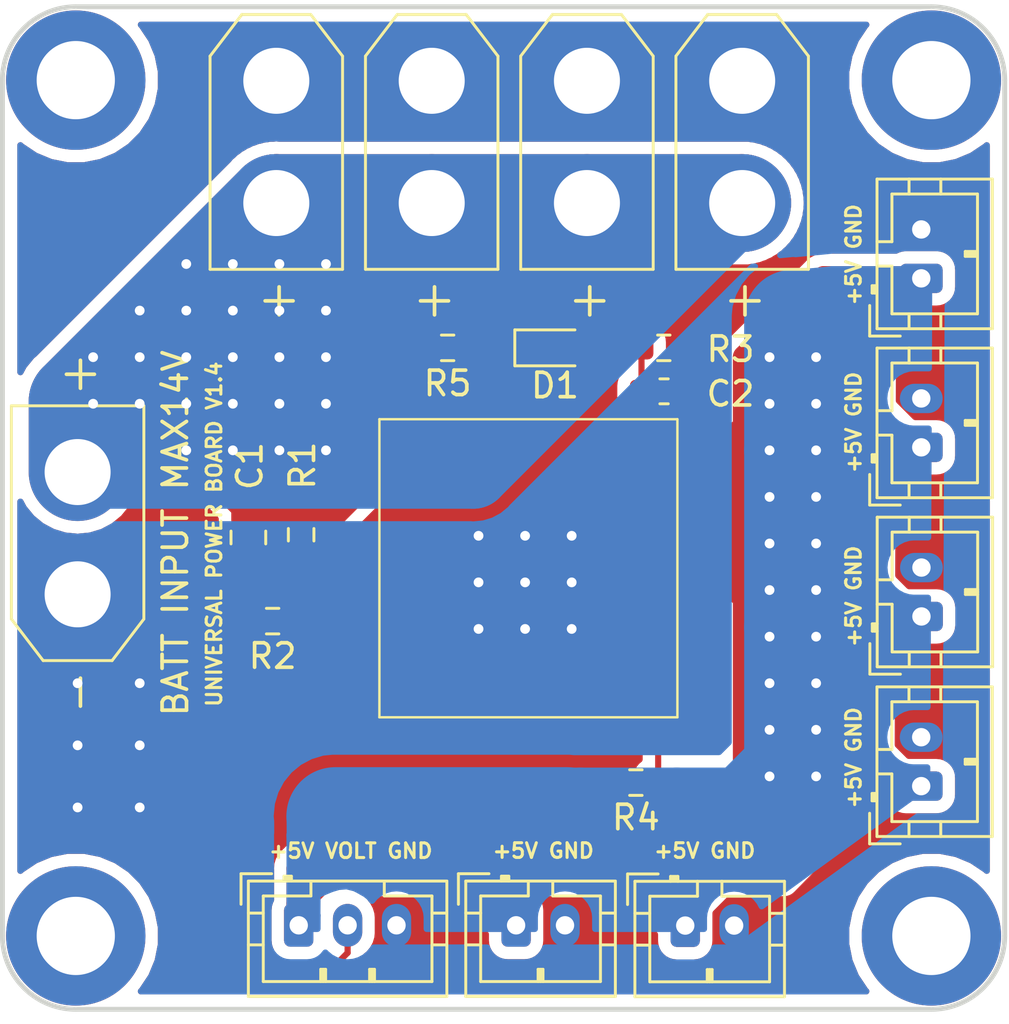
<source format=kicad_pcb>
(kicad_pcb (version 20171130) (host pcbnew "(5.1.9)-1")

  (general
    (thickness 1.6)
    (drawings 29)
    (tracks 190)
    (zones 0)
    (modules 25)
    (nets 12)
  )

  (page A4)
  (layers
    (0 F.Cu signal hide)
    (31 B.Cu signal)
    (32 B.Adhes user)
    (33 F.Adhes user hide)
    (34 B.Paste user)
    (35 F.Paste user)
    (36 B.SilkS user)
    (37 F.SilkS user)
    (38 B.Mask user)
    (39 F.Mask user)
    (40 Dwgs.User user)
    (41 Cmts.User user)
    (42 Eco1.User user)
    (43 Eco2.User user)
    (44 Edge.Cuts user)
    (45 Margin user)
    (46 B.CrtYd user)
    (47 F.CrtYd user)
    (48 B.Fab user)
    (49 F.Fab user)
  )

  (setup
    (last_trace_width 0.25)
    (trace_clearance 0.2)
    (zone_clearance 0.508)
    (zone_45_only no)
    (trace_min 0.2)
    (via_size 0.8)
    (via_drill 0.4)
    (via_min_size 0.4)
    (via_min_drill 0.3)
    (uvia_size 0.3)
    (uvia_drill 0.1)
    (uvias_allowed no)
    (uvia_min_size 0.2)
    (uvia_min_drill 0.1)
    (edge_width 0.05)
    (segment_width 0.2)
    (pcb_text_width 0.3)
    (pcb_text_size 1.5 1.5)
    (mod_edge_width 0.12)
    (mod_text_size 1 1)
    (mod_text_width 0.15)
    (pad_size 1.524 1.524)
    (pad_drill 0.762)
    (pad_to_mask_clearance 0)
    (aux_axis_origin 0 0)
    (visible_elements 7FFFFFFF)
    (pcbplotparams
      (layerselection 0x010fc_ffffffff)
      (usegerberextensions true)
      (usegerberattributes true)
      (usegerberadvancedattributes true)
      (creategerberjobfile false)
      (excludeedgelayer true)
      (linewidth 0.100000)
      (plotframeref false)
      (viasonmask false)
      (mode 1)
      (useauxorigin false)
      (hpglpennumber 1)
      (hpglpenspeed 20)
      (hpglpendiameter 15.000000)
      (psnegative false)
      (psa4output false)
      (plotreference true)
      (plotvalue true)
      (plotinvisibletext false)
      (padsonsilk false)
      (subtractmaskfromsilk false)
      (outputformat 1)
      (mirror false)
      (drillshape 0)
      (scaleselection 1)
      (outputdirectory "output1/"))
  )

  (net 0 "")
  (net 1 GND)
  (net 2 +BATT)
  (net 3 +5V)
  (net 4 "Net-(D1-Pad1)")
  (net 5 "Net-(J1-Pad2)")
  (net 6 "Net-(R4-Pad1)")
  (net 7 "Net-(U1-Pad12)")
  (net 8 "Net-(U1-Pad11)")
  (net 9 "Net-(U1-Pad10)")
  (net 10 "Net-(U1-Pad9)")
  (net 11 "Net-(U1-Pad8)")

  (net_class Default "This is the default net class."
    (clearance 0.2)
    (trace_width 0.25)
    (via_dia 0.8)
    (via_drill 0.4)
    (uvia_dia 0.3)
    (uvia_drill 0.1)
    (add_net GND)
    (add_net "Net-(D1-Pad1)")
    (add_net "Net-(J1-Pad2)")
    (add_net "Net-(R4-Pad1)")
    (add_net "Net-(U1-Pad10)")
    (add_net "Net-(U1-Pad11)")
    (add_net "Net-(U1-Pad12)")
    (add_net "Net-(U1-Pad8)")
    (add_net "Net-(U1-Pad9)")
  )

  (net_class BATT ""
    (clearance 0.2)
    (trace_width 1)
    (via_dia 0.8)
    (via_drill 0.4)
    (uvia_dia 0.3)
    (uvia_drill 0.1)
    (add_net +BATT)
  )

  (net_class OUT ""
    (clearance 0.2)
    (trace_width 1)
    (via_dia 0.8)
    (via_drill 0.4)
    (uvia_dia 0.3)
    (uvia_drill 0.1)
    (add_net +5V)
  )

  (module MountingHole:MountingHole_3.2mm_M3_ISO7380_Pad (layer F.Cu) (tedit 56D1B4CB) (tstamp 60376F41)
    (at 96.445001 56.615001)
    (descr "Mounting Hole 3.2mm, M3, ISO7380")
    (tags "mounting hole 3.2mm m3 iso7380")
    (path /5EE580CC)
    (attr virtual)
    (fp_text reference H3 (at 0 -3.85) (layer F.SilkS) hide
      (effects (font (size 1 1) (thickness 0.15)))
    )
    (fp_text value MountingHole (at 0 3.85) (layer F.Fab)
      (effects (font (size 1 1) (thickness 0.15)))
    )
    (fp_circle (center 0 0) (end 2.85 0) (layer Cmts.User) (width 0.15))
    (fp_circle (center 0 0) (end 3.1 0) (layer F.CrtYd) (width 0.05))
    (fp_text user %R (at 0.3 0) (layer F.Fab)
      (effects (font (size 1 1) (thickness 0.15)))
    )
    (pad 1 thru_hole circle (at 0 0) (size 5.7 5.7) (drill 3.2) (layers *.Cu *.Mask))
  )

  (module OKL-T_6-W12N-C:OKL-T_3-W5 (layer F.Cu) (tedit 60353764) (tstamp 6037716E)
    (at 121.05513 82.673)
    (descr OKL-T/3-W5)
    (tags "Undefined or Miscellaneous")
    (path /5EDB87BA)
    (attr smd)
    (fp_text reference U1 (at -6.095 -6.095) (layer F.SilkS) hide
      (effects (font (size 1.27 1.27) (thickness 0.254)))
    )
    (fp_text value OKL-T_6-W12N-C (at -6.095 -6.095) (layer F.SilkS) hide
      (effects (font (size 1.27 1.27) (thickness 0.254)))
    )
    (fp_line (start -12.19 0) (end 0 0) (layer F.Fab) (width 0.2))
    (fp_line (start 0 0) (end 0 -12.19) (layer F.Fab) (width 0.2))
    (fp_line (start 0 -12.19) (end -12.19 -12.19) (layer F.Fab) (width 0.2))
    (fp_line (start -12.19 -12.19) (end -12.19 0) (layer F.Fab) (width 0.2))
    (fp_line (start -12.19 -12.19) (end 0 -12.19) (layer F.SilkS) (width 0.1))
    (fp_line (start 0 -12.19) (end 0 0) (layer F.SilkS) (width 0.1))
    (fp_line (start 0 0) (end -12.19 0) (layer F.SilkS) (width 0.1))
    (fp_line (start -12.19 0) (end -12.19 -12.19) (layer F.SilkS) (width 0.1))
    (fp_text user %R (at -6.095 -6.095) (layer F.Fab)
      (effects (font (size 1.27 1.27) (thickness 0.254)))
    )
    (pad 3 smd rect (at -3.71646 -11.6677 180) (size 1.27 2.159) (layers F.Cu F.Paste F.Mask)
      (net 1 GND))
    (pad 3 smd rect (at -6.18446 -11.6677) (size 1.27 2.159) (layers F.Cu F.Paste F.Mask)
      (net 1 GND))
    (pad 4 smd rect (at -0.53613 -10.668 90) (size 1.27 2.159) (layers F.Cu F.Paste F.Mask)
      (net 3 +5V))
    (pad 2 smd rect (at -8.296072 -11.6677 180) (size 1.27 2.159) (layers F.Cu F.Paste F.Mask)
      (net 2 +BATT))
    (pad 2 smd rect (at -11.66657 -10.668 90) (size 1.27 2.159) (layers F.Cu F.Paste F.Mask)
      (net 2 +BATT))
    (pad 12 smd rect (at -3.81 -0.78359 90) (size 2.659 1.27) (layers F.Cu F.Paste F.Mask)
      (net 7 "Net-(U1-Pad12)"))
    (pad 11 smd rect (at -0.78613 -3.81 90) (size 1.27 2.659) (layers F.Cu F.Paste F.Mask)
      (net 8 "Net-(U1-Pad11)"))
    (pad 10 smd rect (at -11.41657 -3.81 90) (size 1.27 2.659) (layers F.Cu F.Paste F.Mask)
      (net 9 "Net-(U1-Pad10)"))
    (pad 9 smd rect (at -11.41657 -1.52 90) (size 1.27 2.659) (layers F.Cu F.Paste F.Mask)
      (net 10 "Net-(U1-Pad9)"))
    (pad 8 smd rect (at -8.38 -0.78359 90) (size 2.659 1.27) (layers F.Cu F.Paste F.Mask)
      (net 11 "Net-(U1-Pad8)"))
    (pad 7 smd rect (at -6.09 -0.78359 90) (size 2.659 1.27) (layers F.Cu F.Paste F.Mask)
      (net 1 GND))
    (pad 6 smd rect (at -0.78613 -1.52 90) (size 1.27 2.659) (layers F.Cu F.Paste F.Mask)
      (net 6 "Net-(R4-Pad1)"))
    (pad 5 smd rect (at -0.78613 -6.1 90) (size 1.27 2.659) (layers F.Cu F.Paste F.Mask)
      (net 3 +5V))
    (pad 4 smd rect (at -1.37 -9.53) (size 1.73 4.32) (layers F.Cu F.Paste F.Mask)
      (net 3 +5V))
    (pad 3 smd rect (at -4.95 -10.67 90) (size 2.03 3.72) (layers F.Cu F.Paste F.Mask)
      (net 1 GND))
    (pad 2 smd rect (at -9.68 -10.67 90) (size 2.03 4.02) (layers F.Cu F.Paste F.Mask)
      (net 2 +BATT))
    (pad 1 smd rect (at -11.41657 -6.1 90) (size 1.27 2.659) (layers F.Cu F.Paste F.Mask)
      (net 1 GND))
  )

  (module Resistor_SMD:R_0603_1608Metric_Pad0.98x0.95mm_HandSolder (layer F.Cu) (tedit 5F68FEEE) (tstamp 60377150)
    (at 111.6565 67.564 180)
    (descr "Resistor SMD 0603 (1608 Metric), square (rectangular) end terminal, IPC_7351 nominal with elongated pad for handsoldering. (Body size source: IPC-SM-782 page 72, https://www.pcb-3d.com/wordpress/wp-content/uploads/ipc-sm-782a_amendment_1_and_2.pdf), generated with kicad-footprint-generator")
    (tags "resistor handsolder")
    (path /5EDDB2C8)
    (attr smd)
    (fp_text reference R5 (at 0.00064 -1.45542) (layer F.SilkS)
      (effects (font (size 1 1) (thickness 0.15)))
    )
    (fp_text value 300 (at 0 1.43) (layer F.Fab)
      (effects (font (size 1 1) (thickness 0.15)))
    )
    (fp_line (start -0.8 0.4125) (end -0.8 -0.4125) (layer F.Fab) (width 0.1))
    (fp_line (start -0.8 -0.4125) (end 0.8 -0.4125) (layer F.Fab) (width 0.1))
    (fp_line (start 0.8 -0.4125) (end 0.8 0.4125) (layer F.Fab) (width 0.1))
    (fp_line (start 0.8 0.4125) (end -0.8 0.4125) (layer F.Fab) (width 0.1))
    (fp_line (start -0.254724 -0.5225) (end 0.254724 -0.5225) (layer F.SilkS) (width 0.12))
    (fp_line (start -0.254724 0.5225) (end 0.254724 0.5225) (layer F.SilkS) (width 0.12))
    (fp_line (start -1.65 0.73) (end -1.65 -0.73) (layer F.CrtYd) (width 0.05))
    (fp_line (start -1.65 -0.73) (end 1.65 -0.73) (layer F.CrtYd) (width 0.05))
    (fp_line (start 1.65 -0.73) (end 1.65 0.73) (layer F.CrtYd) (width 0.05))
    (fp_line (start 1.65 0.73) (end -1.65 0.73) (layer F.CrtYd) (width 0.05))
    (fp_text user %R (at 0 0) (layer F.Fab)
      (effects (font (size 0.4 0.4) (thickness 0.06)))
    )
    (pad 2 smd roundrect (at 0.9125 0 180) (size 0.975 0.95) (layers F.Cu F.Paste F.Mask) (roundrect_rratio 0.25)
      (net 1 GND))
    (pad 1 smd roundrect (at -0.9125 0 180) (size 0.975 0.95) (layers F.Cu F.Paste F.Mask) (roundrect_rratio 0.25)
      (net 4 "Net-(D1-Pad1)"))
    (model ${KISYS3DMOD}/Resistor_SMD.3dshapes/R_0603_1608Metric.wrl
      (at (xyz 0 0 0))
      (scale (xyz 1 1 1))
      (rotate (xyz 0 0 0))
    )
  )

  (module Resistor_SMD:R_0603_1608Metric_Pad0.98x0.95mm_HandSolder (layer F.Cu) (tedit 5F68FEEE) (tstamp 6037713F)
    (at 119.3565 85.344 180)
    (descr "Resistor SMD 0603 (1608 Metric), square (rectangular) end terminal, IPC_7351 nominal with elongated pad for handsoldering. (Body size source: IPC-SM-782 page 72, https://www.pcb-3d.com/wordpress/wp-content/uploads/ipc-sm-782a_amendment_1_and_2.pdf), generated with kicad-footprint-generator")
    (tags "resistor handsolder")
    (path /5EDB98FF)
    (attr smd)
    (fp_text reference R4 (at 0 -1.43) (layer F.SilkS)
      (effects (font (size 1 1) (thickness 0.15)))
    )
    (fp_text value 1.33K (at 0 1.43) (layer F.Fab)
      (effects (font (size 1 1) (thickness 0.15)))
    )
    (fp_line (start -0.8 0.4125) (end -0.8 -0.4125) (layer F.Fab) (width 0.1))
    (fp_line (start -0.8 -0.4125) (end 0.8 -0.4125) (layer F.Fab) (width 0.1))
    (fp_line (start 0.8 -0.4125) (end 0.8 0.4125) (layer F.Fab) (width 0.1))
    (fp_line (start 0.8 0.4125) (end -0.8 0.4125) (layer F.Fab) (width 0.1))
    (fp_line (start -0.254724 -0.5225) (end 0.254724 -0.5225) (layer F.SilkS) (width 0.12))
    (fp_line (start -0.254724 0.5225) (end 0.254724 0.5225) (layer F.SilkS) (width 0.12))
    (fp_line (start -1.65 0.73) (end -1.65 -0.73) (layer F.CrtYd) (width 0.05))
    (fp_line (start -1.65 -0.73) (end 1.65 -0.73) (layer F.CrtYd) (width 0.05))
    (fp_line (start 1.65 -0.73) (end 1.65 0.73) (layer F.CrtYd) (width 0.05))
    (fp_line (start 1.65 0.73) (end -1.65 0.73) (layer F.CrtYd) (width 0.05))
    (fp_text user %R (at 0 0) (layer F.Fab)
      (effects (font (size 0.4 0.4) (thickness 0.06)))
    )
    (pad 2 smd roundrect (at 0.9125 0 180) (size 0.975 0.95) (layers F.Cu F.Paste F.Mask) (roundrect_rratio 0.25)
      (net 1 GND))
    (pad 1 smd roundrect (at -0.9125 0 180) (size 0.975 0.95) (layers F.Cu F.Paste F.Mask) (roundrect_rratio 0.25)
      (net 6 "Net-(R4-Pad1)"))
    (model ${KISYS3DMOD}/Resistor_SMD.3dshapes/R_0603_1608Metric.wrl
      (at (xyz 0 0 0))
      (scale (xyz 1 1 1))
      (rotate (xyz 0 0 0))
    )
  )

  (module Resistor_SMD:R_0603_1608Metric_Pad0.98x0.95mm_HandSolder (layer F.Cu) (tedit 5F68FEEE) (tstamp 6037712E)
    (at 120.4995 67.564)
    (descr "Resistor SMD 0603 (1608 Metric), square (rectangular) end terminal, IPC_7351 nominal with elongated pad for handsoldering. (Body size source: IPC-SM-782 page 72, https://www.pcb-3d.com/wordpress/wp-content/uploads/ipc-sm-782a_amendment_1_and_2.pdf), generated with kicad-footprint-generator")
    (tags "resistor handsolder")
    (path /5EDB9CAF)
    (attr smd)
    (fp_text reference R3 (at 2.7286 0.05588) (layer F.SilkS)
      (effects (font (size 1 1) (thickness 0.15)))
    )
    (fp_text value 20K (at 0 1.43) (layer F.Fab)
      (effects (font (size 1 1) (thickness 0.15)))
    )
    (fp_line (start -0.8 0.4125) (end -0.8 -0.4125) (layer F.Fab) (width 0.1))
    (fp_line (start -0.8 -0.4125) (end 0.8 -0.4125) (layer F.Fab) (width 0.1))
    (fp_line (start 0.8 -0.4125) (end 0.8 0.4125) (layer F.Fab) (width 0.1))
    (fp_line (start 0.8 0.4125) (end -0.8 0.4125) (layer F.Fab) (width 0.1))
    (fp_line (start -0.254724 -0.5225) (end 0.254724 -0.5225) (layer F.SilkS) (width 0.12))
    (fp_line (start -0.254724 0.5225) (end 0.254724 0.5225) (layer F.SilkS) (width 0.12))
    (fp_line (start -1.65 0.73) (end -1.65 -0.73) (layer F.CrtYd) (width 0.05))
    (fp_line (start -1.65 -0.73) (end 1.65 -0.73) (layer F.CrtYd) (width 0.05))
    (fp_line (start 1.65 -0.73) (end 1.65 0.73) (layer F.CrtYd) (width 0.05))
    (fp_line (start 1.65 0.73) (end -1.65 0.73) (layer F.CrtYd) (width 0.05))
    (fp_text user %R (at 0 0) (layer F.Fab)
      (effects (font (size 0.4 0.4) (thickness 0.06)))
    )
    (pad 2 smd roundrect (at 0.9125 0) (size 0.975 0.95) (layers F.Cu F.Paste F.Mask) (roundrect_rratio 0.25)
      (net 1 GND))
    (pad 1 smd roundrect (at -0.9125 0) (size 0.975 0.95) (layers F.Cu F.Paste F.Mask) (roundrect_rratio 0.25)
      (net 3 +5V))
    (model ${KISYS3DMOD}/Resistor_SMD.3dshapes/R_0603_1608Metric.wrl
      (at (xyz 0 0 0))
      (scale (xyz 1 1 1))
      (rotate (xyz 0 0 0))
    )
  )

  (module Resistor_SMD:R_0603_1608Metric_Pad0.98x0.95mm_HandSolder (layer F.Cu) (tedit 5F68FEEE) (tstamp 6037711D)
    (at 104.4975 78.74 180)
    (descr "Resistor SMD 0603 (1608 Metric), square (rectangular) end terminal, IPC_7351 nominal with elongated pad for handsoldering. (Body size source: IPC-SM-782 page 72, https://www.pcb-3d.com/wordpress/wp-content/uploads/ipc-sm-782a_amendment_1_and_2.pdf), generated with kicad-footprint-generator")
    (tags "resistor handsolder")
    (path /5EDCC21E)
    (attr smd)
    (fp_text reference R2 (at 0 -1.43) (layer F.SilkS)
      (effects (font (size 1 1) (thickness 0.15)))
    )
    (fp_text value 150 (at 0 1.43) (layer F.Fab)
      (effects (font (size 1 1) (thickness 0.15)))
    )
    (fp_line (start 1.65 0.73) (end -1.65 0.73) (layer F.CrtYd) (width 0.05))
    (fp_line (start 1.65 -0.73) (end 1.65 0.73) (layer F.CrtYd) (width 0.05))
    (fp_line (start -1.65 -0.73) (end 1.65 -0.73) (layer F.CrtYd) (width 0.05))
    (fp_line (start -1.65 0.73) (end -1.65 -0.73) (layer F.CrtYd) (width 0.05))
    (fp_line (start -0.254724 0.5225) (end 0.254724 0.5225) (layer F.SilkS) (width 0.12))
    (fp_line (start -0.254724 -0.5225) (end 0.254724 -0.5225) (layer F.SilkS) (width 0.12))
    (fp_line (start 0.8 0.4125) (end -0.8 0.4125) (layer F.Fab) (width 0.1))
    (fp_line (start 0.8 -0.4125) (end 0.8 0.4125) (layer F.Fab) (width 0.1))
    (fp_line (start -0.8 -0.4125) (end 0.8 -0.4125) (layer F.Fab) (width 0.1))
    (fp_line (start -0.8 0.4125) (end -0.8 -0.4125) (layer F.Fab) (width 0.1))
    (fp_text user %R (at 0 0) (layer F.Fab)
      (effects (font (size 0.4 0.4) (thickness 0.06)))
    )
    (pad 1 smd roundrect (at -0.9125 0 180) (size 0.975 0.95) (layers F.Cu F.Paste F.Mask) (roundrect_rratio 0.25)
      (net 5 "Net-(J1-Pad2)"))
    (pad 2 smd roundrect (at 0.9125 0 180) (size 0.975 0.95) (layers F.Cu F.Paste F.Mask) (roundrect_rratio 0.25)
      (net 1 GND))
    (model ${KISYS3DMOD}/Resistor_SMD.3dshapes/R_0603_1608Metric.wrl
      (at (xyz 0 0 0))
      (scale (xyz 1 1 1))
      (rotate (xyz 0 0 0))
    )
  )

  (module Resistor_SMD:R_0603_1608Metric_Pad0.98x0.95mm_HandSolder (layer F.Cu) (tedit 5F68FEEE) (tstamp 6037710C)
    (at 105.664 75.2075 270)
    (descr "Resistor SMD 0603 (1608 Metric), square (rectangular) end terminal, IPC_7351 nominal with elongated pad for handsoldering. (Body size source: IPC-SM-782 page 72, https://www.pcb-3d.com/wordpress/wp-content/uploads/ipc-sm-782a_amendment_1_and_2.pdf), generated with kicad-footprint-generator")
    (tags "resistor handsolder")
    (path /5EDCBAB9)
    (attr smd)
    (fp_text reference R1 (at -2.82766 -0.0508 90) (layer F.SilkS)
      (effects (font (size 1 1) (thickness 0.15)))
    )
    (fp_text value 1K (at 0 1.43 90) (layer F.Fab)
      (effects (font (size 1 1) (thickness 0.15)))
    )
    (fp_line (start 1.65 0.73) (end -1.65 0.73) (layer F.CrtYd) (width 0.05))
    (fp_line (start 1.65 -0.73) (end 1.65 0.73) (layer F.CrtYd) (width 0.05))
    (fp_line (start -1.65 -0.73) (end 1.65 -0.73) (layer F.CrtYd) (width 0.05))
    (fp_line (start -1.65 0.73) (end -1.65 -0.73) (layer F.CrtYd) (width 0.05))
    (fp_line (start -0.254724 0.5225) (end 0.254724 0.5225) (layer F.SilkS) (width 0.12))
    (fp_line (start -0.254724 -0.5225) (end 0.254724 -0.5225) (layer F.SilkS) (width 0.12))
    (fp_line (start 0.8 0.4125) (end -0.8 0.4125) (layer F.Fab) (width 0.1))
    (fp_line (start 0.8 -0.4125) (end 0.8 0.4125) (layer F.Fab) (width 0.1))
    (fp_line (start -0.8 -0.4125) (end 0.8 -0.4125) (layer F.Fab) (width 0.1))
    (fp_line (start -0.8 0.4125) (end -0.8 -0.4125) (layer F.Fab) (width 0.1))
    (fp_text user %R (at 0 0 90) (layer F.Fab)
      (effects (font (size 0.4 0.4) (thickness 0.06)))
    )
    (pad 1 smd roundrect (at -0.9125 0 270) (size 0.975 0.95) (layers F.Cu F.Paste F.Mask) (roundrect_rratio 0.25)
      (net 2 +BATT))
    (pad 2 smd roundrect (at 0.9125 0 270) (size 0.975 0.95) (layers F.Cu F.Paste F.Mask) (roundrect_rratio 0.25)
      (net 5 "Net-(J1-Pad2)"))
    (model ${KISYS3DMOD}/Resistor_SMD.3dshapes/R_0603_1608Metric.wrl
      (at (xyz 0 0 0))
      (scale (xyz 1 1 1))
      (rotate (xyz 0 0 0))
    )
  )

  (module Connector_AMASS:AMASS_XT30U-F_1x02_P5.0mm_Vertical (layer F.Cu) (tedit 5C8E9CDA) (tstamp 603770FB)
    (at 123.705 56.642 270)
    (descr "Connector XT30 Vertical Cable Female, https://www.tme.eu/en/Document/3cbfa5cfa544d79584972dd5234a409e/XT30U%20SPEC.pdf")
    (tags "RC Connector XT30")
    (path /5EEE27F1)
    (fp_text reference J12 (at 2.5 -4 90) (layer F.SilkS) hide
      (effects (font (size 1 1) (thickness 0.15)))
    )
    (fp_text value "BATT OUTPUT" (at 2.5 4 90) (layer F.Fab)
      (effects (font (size 1 1) (thickness 0.15)))
    )
    (fp_line (start -2.6 -1.3) (end -2.6 1.3) (layer F.Fab) (width 0.1))
    (fp_line (start 7.6 -2.6) (end 7.6 2.6) (layer F.Fab) (width 0.1))
    (fp_line (start -0.9 -2.6) (end 7.6 -2.6) (layer F.Fab) (width 0.1))
    (fp_line (start -0.9 2.6) (end 7.6 2.6) (layer F.Fab) (width 0.1))
    (fp_line (start -2.6 -1.3) (end -0.9 -2.6) (layer F.Fab) (width 0.1))
    (fp_line (start -2.6 1.3) (end -0.9 2.6) (layer F.Fab) (width 0.1))
    (fp_line (start -1.01 -2.71) (end 7.71 -2.71) (layer F.SilkS) (width 0.12))
    (fp_line (start 7.71 -2.71) (end 7.71 2.71) (layer F.SilkS) (width 0.12))
    (fp_line (start -1.01 2.71) (end 7.71 2.71) (layer F.SilkS) (width 0.12))
    (fp_line (start -2.71 -1.41) (end -1.01 -2.71) (layer F.SilkS) (width 0.12))
    (fp_line (start -2.71 1.41) (end -1.01 2.71) (layer F.SilkS) (width 0.12))
    (fp_line (start -2.71 -1.41) (end -2.71 1.41) (layer F.SilkS) (width 0.12))
    (fp_line (start -1.4 -3.1) (end 8.1 -3.1) (layer F.CrtYd) (width 0.05))
    (fp_line (start 8.1 -3.1) (end 8.1 3.1) (layer F.CrtYd) (width 0.05))
    (fp_line (start -3.1 -1.8) (end -3.1 1.8) (layer F.CrtYd) (width 0.05))
    (fp_line (start -1.4 3.1) (end 8.1 3.1) (layer F.CrtYd) (width 0.05))
    (fp_line (start -3.1 -1.8) (end -1.4 -3.1) (layer F.CrtYd) (width 0.05))
    (fp_line (start -3.1 1.8) (end -1.4 3.1) (layer F.CrtYd) (width 0.05))
    (fp_text user - (at -4 0 90) (layer F.SilkS) hide
      (effects (font (size 1.5 1.5) (thickness 0.15)))
    )
    (fp_text user + (at 9 0 90) (layer F.SilkS)
      (effects (font (size 1.5 1.5) (thickness 0.15)))
    )
    (fp_text user %R (at 2.5 0 90) (layer F.Fab)
      (effects (font (size 1 1) (thickness 0.15)))
    )
    (pad 2 thru_hole circle (at 5 0 270) (size 4 4) (drill 2.7) (layers *.Cu *.Mask)
      (net 2 +BATT))
    (pad 1 thru_hole rect (at 0 0 270) (size 3.8 3.8) (drill 2.7) (layers *.Cu *.Mask)
      (net 1 GND))
    (model ${KISYS3DMOD}/Connector_AMASS.3dshapes/AMASS_XT30U-F_1x02_P5.0mm_Vertical.wrl
      (at (xyz 0 0 0))
      (scale (xyz 1 1 1))
      (rotate (xyz 0 0 0))
    )
  )

  (module Connector_AMASS:AMASS_XT30U-F_1x02_P5.0mm_Vertical (layer F.Cu) (tedit 5C8E9CDA) (tstamp 603770E0)
    (at 117.355 56.642 270)
    (descr "Connector XT30 Vertical Cable Female, https://www.tme.eu/en/Document/3cbfa5cfa544d79584972dd5234a409e/XT30U%20SPEC.pdf")
    (tags "RC Connector XT30")
    (path /5EECBAEE)
    (fp_text reference J11 (at 2.5 -4 90) (layer F.SilkS) hide
      (effects (font (size 1 1) (thickness 0.15)))
    )
    (fp_text value "BATT OUTPUT" (at 2.5 4 90) (layer F.Fab)
      (effects (font (size 1 1) (thickness 0.15)))
    )
    (fp_line (start -2.6 -1.3) (end -2.6 1.3) (layer F.Fab) (width 0.1))
    (fp_line (start 7.6 -2.6) (end 7.6 2.6) (layer F.Fab) (width 0.1))
    (fp_line (start -0.9 -2.6) (end 7.6 -2.6) (layer F.Fab) (width 0.1))
    (fp_line (start -0.9 2.6) (end 7.6 2.6) (layer F.Fab) (width 0.1))
    (fp_line (start -2.6 -1.3) (end -0.9 -2.6) (layer F.Fab) (width 0.1))
    (fp_line (start -2.6 1.3) (end -0.9 2.6) (layer F.Fab) (width 0.1))
    (fp_line (start -1.01 -2.71) (end 7.71 -2.71) (layer F.SilkS) (width 0.12))
    (fp_line (start 7.71 -2.71) (end 7.71 2.71) (layer F.SilkS) (width 0.12))
    (fp_line (start -1.01 2.71) (end 7.71 2.71) (layer F.SilkS) (width 0.12))
    (fp_line (start -2.71 -1.41) (end -1.01 -2.71) (layer F.SilkS) (width 0.12))
    (fp_line (start -2.71 1.41) (end -1.01 2.71) (layer F.SilkS) (width 0.12))
    (fp_line (start -2.71 -1.41) (end -2.71 1.41) (layer F.SilkS) (width 0.12))
    (fp_line (start -1.4 -3.1) (end 8.1 -3.1) (layer F.CrtYd) (width 0.05))
    (fp_line (start 8.1 -3.1) (end 8.1 3.1) (layer F.CrtYd) (width 0.05))
    (fp_line (start -3.1 -1.8) (end -3.1 1.8) (layer F.CrtYd) (width 0.05))
    (fp_line (start -1.4 3.1) (end 8.1 3.1) (layer F.CrtYd) (width 0.05))
    (fp_line (start -3.1 -1.8) (end -1.4 -3.1) (layer F.CrtYd) (width 0.05))
    (fp_line (start -3.1 1.8) (end -1.4 3.1) (layer F.CrtYd) (width 0.05))
    (fp_text user - (at -4 0 90) (layer F.SilkS) hide
      (effects (font (size 1.5 1.5) (thickness 0.15)))
    )
    (fp_text user + (at 9 0 90) (layer F.SilkS)
      (effects (font (size 1.5 1.5) (thickness 0.15)))
    )
    (fp_text user %R (at 2.5 0 90) (layer F.Fab)
      (effects (font (size 1 1) (thickness 0.15)))
    )
    (pad 2 thru_hole circle (at 5 0 270) (size 4 4) (drill 2.7) (layers *.Cu *.Mask)
      (net 2 +BATT))
    (pad 1 thru_hole rect (at 0 0 270) (size 3.8 3.8) (drill 2.7) (layers *.Cu *.Mask)
      (net 1 GND))
    (model ${KISYS3DMOD}/Connector_AMASS.3dshapes/AMASS_XT30U-F_1x02_P5.0mm_Vertical.wrl
      (at (xyz 0 0 0))
      (scale (xyz 1 1 1))
      (rotate (xyz 0 0 0))
    )
  )

  (module Connector_JST:JST_PH_B2B-PH-K_1x02_P2.00mm_Vertical (layer F.Cu) (tedit 5B7745C2) (tstamp 603770C5)
    (at 121.37644 91.19108)
    (descr "JST PH series connector, B2B-PH-K (http://www.jst-mfg.com/product/pdf/eng/ePH.pdf), generated with kicad-footprint-generator")
    (tags "connector JST PH side entry")
    (path /5EE55BA1)
    (fp_text reference J10 (at 1 -2.9) (layer F.SilkS) hide
      (effects (font (size 1 1) (thickness 0.15)))
    )
    (fp_text value "5V OUTPUT" (at 1 4) (layer F.Fab)
      (effects (font (size 1 1) (thickness 0.15)))
    )
    (fp_line (start -2.06 -1.81) (end -2.06 2.91) (layer F.SilkS) (width 0.12))
    (fp_line (start -2.06 2.91) (end 4.06 2.91) (layer F.SilkS) (width 0.12))
    (fp_line (start 4.06 2.91) (end 4.06 -1.81) (layer F.SilkS) (width 0.12))
    (fp_line (start 4.06 -1.81) (end -2.06 -1.81) (layer F.SilkS) (width 0.12))
    (fp_line (start -0.3 -1.81) (end -0.3 -2.01) (layer F.SilkS) (width 0.12))
    (fp_line (start -0.3 -2.01) (end -0.6 -2.01) (layer F.SilkS) (width 0.12))
    (fp_line (start -0.6 -2.01) (end -0.6 -1.81) (layer F.SilkS) (width 0.12))
    (fp_line (start -0.3 -1.91) (end -0.6 -1.91) (layer F.SilkS) (width 0.12))
    (fp_line (start 0.5 -1.81) (end 0.5 -1.2) (layer F.SilkS) (width 0.12))
    (fp_line (start 0.5 -1.2) (end -1.45 -1.2) (layer F.SilkS) (width 0.12))
    (fp_line (start -1.45 -1.2) (end -1.45 2.3) (layer F.SilkS) (width 0.12))
    (fp_line (start -1.45 2.3) (end 3.45 2.3) (layer F.SilkS) (width 0.12))
    (fp_line (start 3.45 2.3) (end 3.45 -1.2) (layer F.SilkS) (width 0.12))
    (fp_line (start 3.45 -1.2) (end 1.5 -1.2) (layer F.SilkS) (width 0.12))
    (fp_line (start 1.5 -1.2) (end 1.5 -1.81) (layer F.SilkS) (width 0.12))
    (fp_line (start -2.06 -0.5) (end -1.45 -0.5) (layer F.SilkS) (width 0.12))
    (fp_line (start -2.06 0.8) (end -1.45 0.8) (layer F.SilkS) (width 0.12))
    (fp_line (start 4.06 -0.5) (end 3.45 -0.5) (layer F.SilkS) (width 0.12))
    (fp_line (start 4.06 0.8) (end 3.45 0.8) (layer F.SilkS) (width 0.12))
    (fp_line (start 0.9 2.3) (end 0.9 1.8) (layer F.SilkS) (width 0.12))
    (fp_line (start 0.9 1.8) (end 1.1 1.8) (layer F.SilkS) (width 0.12))
    (fp_line (start 1.1 1.8) (end 1.1 2.3) (layer F.SilkS) (width 0.12))
    (fp_line (start 1 2.3) (end 1 1.8) (layer F.SilkS) (width 0.12))
    (fp_line (start -1.11 -2.11) (end -2.36 -2.11) (layer F.SilkS) (width 0.12))
    (fp_line (start -2.36 -2.11) (end -2.36 -0.86) (layer F.SilkS) (width 0.12))
    (fp_line (start -1.11 -2.11) (end -2.36 -2.11) (layer F.Fab) (width 0.1))
    (fp_line (start -2.36 -2.11) (end -2.36 -0.86) (layer F.Fab) (width 0.1))
    (fp_line (start -1.95 -1.7) (end -1.95 2.8) (layer F.Fab) (width 0.1))
    (fp_line (start -1.95 2.8) (end 3.95 2.8) (layer F.Fab) (width 0.1))
    (fp_line (start 3.95 2.8) (end 3.95 -1.7) (layer F.Fab) (width 0.1))
    (fp_line (start 3.95 -1.7) (end -1.95 -1.7) (layer F.Fab) (width 0.1))
    (fp_line (start -2.45 -2.2) (end -2.45 3.3) (layer F.CrtYd) (width 0.05))
    (fp_line (start -2.45 3.3) (end 4.45 3.3) (layer F.CrtYd) (width 0.05))
    (fp_line (start 4.45 3.3) (end 4.45 -2.2) (layer F.CrtYd) (width 0.05))
    (fp_line (start 4.45 -2.2) (end -2.45 -2.2) (layer F.CrtYd) (width 0.05))
    (fp_text user %R (at 1 1.5) (layer F.Fab)
      (effects (font (size 1 1) (thickness 0.15)))
    )
    (pad 2 thru_hole oval (at 2 0) (size 1.2 1.75) (drill 0.75) (layers *.Cu *.Mask)
      (net 1 GND))
    (pad 1 thru_hole roundrect (at 0 0) (size 1.2 1.75) (drill 0.75) (layers *.Cu *.Mask) (roundrect_rratio 0.2083325)
      (net 3 +5V))
    (model ${KISYS3DMOD}/Connector_JST.3dshapes/JST_PH_B2B-PH-K_1x02_P2.00mm_Vertical.wrl
      (at (xyz 0 0 0))
      (scale (xyz 1 1 1))
      (rotate (xyz 0 0 0))
    )
  )

  (module Connector_JST:JST_PH_B2B-PH-K_1x02_P2.00mm_Vertical (layer F.Cu) (tedit 5B7745C2) (tstamp 6037709B)
    (at 114.45748 91.18092)
    (descr "JST PH series connector, B2B-PH-K (http://www.jst-mfg.com/product/pdf/eng/ePH.pdf), generated with kicad-footprint-generator")
    (tags "connector JST PH side entry")
    (path /5EE01E70)
    (fp_text reference J9 (at 1 -2.9) (layer F.SilkS) hide
      (effects (font (size 1 1) (thickness 0.15)))
    )
    (fp_text value "5V OUTPUT" (at 1 4) (layer F.Fab)
      (effects (font (size 1 1) (thickness 0.15)))
    )
    (fp_line (start -2.06 -1.81) (end -2.06 2.91) (layer F.SilkS) (width 0.12))
    (fp_line (start -2.06 2.91) (end 4.06 2.91) (layer F.SilkS) (width 0.12))
    (fp_line (start 4.06 2.91) (end 4.06 -1.81) (layer F.SilkS) (width 0.12))
    (fp_line (start 4.06 -1.81) (end -2.06 -1.81) (layer F.SilkS) (width 0.12))
    (fp_line (start -0.3 -1.81) (end -0.3 -2.01) (layer F.SilkS) (width 0.12))
    (fp_line (start -0.3 -2.01) (end -0.6 -2.01) (layer F.SilkS) (width 0.12))
    (fp_line (start -0.6 -2.01) (end -0.6 -1.81) (layer F.SilkS) (width 0.12))
    (fp_line (start -0.3 -1.91) (end -0.6 -1.91) (layer F.SilkS) (width 0.12))
    (fp_line (start 0.5 -1.81) (end 0.5 -1.2) (layer F.SilkS) (width 0.12))
    (fp_line (start 0.5 -1.2) (end -1.45 -1.2) (layer F.SilkS) (width 0.12))
    (fp_line (start -1.45 -1.2) (end -1.45 2.3) (layer F.SilkS) (width 0.12))
    (fp_line (start -1.45 2.3) (end 3.45 2.3) (layer F.SilkS) (width 0.12))
    (fp_line (start 3.45 2.3) (end 3.45 -1.2) (layer F.SilkS) (width 0.12))
    (fp_line (start 3.45 -1.2) (end 1.5 -1.2) (layer F.SilkS) (width 0.12))
    (fp_line (start 1.5 -1.2) (end 1.5 -1.81) (layer F.SilkS) (width 0.12))
    (fp_line (start -2.06 -0.5) (end -1.45 -0.5) (layer F.SilkS) (width 0.12))
    (fp_line (start -2.06 0.8) (end -1.45 0.8) (layer F.SilkS) (width 0.12))
    (fp_line (start 4.06 -0.5) (end 3.45 -0.5) (layer F.SilkS) (width 0.12))
    (fp_line (start 4.06 0.8) (end 3.45 0.8) (layer F.SilkS) (width 0.12))
    (fp_line (start 0.9 2.3) (end 0.9 1.8) (layer F.SilkS) (width 0.12))
    (fp_line (start 0.9 1.8) (end 1.1 1.8) (layer F.SilkS) (width 0.12))
    (fp_line (start 1.1 1.8) (end 1.1 2.3) (layer F.SilkS) (width 0.12))
    (fp_line (start 1 2.3) (end 1 1.8) (layer F.SilkS) (width 0.12))
    (fp_line (start -1.11 -2.11) (end -2.36 -2.11) (layer F.SilkS) (width 0.12))
    (fp_line (start -2.36 -2.11) (end -2.36 -0.86) (layer F.SilkS) (width 0.12))
    (fp_line (start -1.11 -2.11) (end -2.36 -2.11) (layer F.Fab) (width 0.1))
    (fp_line (start -2.36 -2.11) (end -2.36 -0.86) (layer F.Fab) (width 0.1))
    (fp_line (start -1.95 -1.7) (end -1.95 2.8) (layer F.Fab) (width 0.1))
    (fp_line (start -1.95 2.8) (end 3.95 2.8) (layer F.Fab) (width 0.1))
    (fp_line (start 3.95 2.8) (end 3.95 -1.7) (layer F.Fab) (width 0.1))
    (fp_line (start 3.95 -1.7) (end -1.95 -1.7) (layer F.Fab) (width 0.1))
    (fp_line (start -2.45 -2.2) (end -2.45 3.3) (layer F.CrtYd) (width 0.05))
    (fp_line (start -2.45 3.3) (end 4.45 3.3) (layer F.CrtYd) (width 0.05))
    (fp_line (start 4.45 3.3) (end 4.45 -2.2) (layer F.CrtYd) (width 0.05))
    (fp_line (start 4.45 -2.2) (end -2.45 -2.2) (layer F.CrtYd) (width 0.05))
    (fp_text user %R (at 1 1.5) (layer F.Fab)
      (effects (font (size 1 1) (thickness 0.15)))
    )
    (pad 2 thru_hole oval (at 2 0) (size 1.2 1.75) (drill 0.75) (layers *.Cu *.Mask)
      (net 1 GND))
    (pad 1 thru_hole roundrect (at 0 0) (size 1.2 1.75) (drill 0.75) (layers *.Cu *.Mask) (roundrect_rratio 0.2083325)
      (net 3 +5V))
    (model ${KISYS3DMOD}/Connector_JST.3dshapes/JST_PH_B2B-PH-K_1x02_P2.00mm_Vertical.wrl
      (at (xyz 0 0 0))
      (scale (xyz 1 1 1))
      (rotate (xyz 0 0 0))
    )
  )

  (module Connector_JST:JST_PH_B2B-PH-K_1x02_P2.00mm_Vertical (layer F.Cu) (tedit 5B7745C2) (tstamp 60377071)
    (at 131.02844 85.48878 90)
    (descr "JST PH series connector, B2B-PH-K (http://www.jst-mfg.com/product/pdf/eng/ePH.pdf), generated with kicad-footprint-generator")
    (tags "connector JST PH side entry")
    (path /5EE55B8B)
    (fp_text reference J8 (at 1 -2.9 90) (layer F.SilkS) hide
      (effects (font (size 1 1) (thickness 0.15)))
    )
    (fp_text value "5V OUTPUT" (at 1 4 90) (layer F.Fab)
      (effects (font (size 1 1) (thickness 0.15)))
    )
    (fp_line (start -2.06 -1.81) (end -2.06 2.91) (layer F.SilkS) (width 0.12))
    (fp_line (start -2.06 2.91) (end 4.06 2.91) (layer F.SilkS) (width 0.12))
    (fp_line (start 4.06 2.91) (end 4.06 -1.81) (layer F.SilkS) (width 0.12))
    (fp_line (start 4.06 -1.81) (end -2.06 -1.81) (layer F.SilkS) (width 0.12))
    (fp_line (start -0.3 -1.81) (end -0.3 -2.01) (layer F.SilkS) (width 0.12))
    (fp_line (start -0.3 -2.01) (end -0.6 -2.01) (layer F.SilkS) (width 0.12))
    (fp_line (start -0.6 -2.01) (end -0.6 -1.81) (layer F.SilkS) (width 0.12))
    (fp_line (start -0.3 -1.91) (end -0.6 -1.91) (layer F.SilkS) (width 0.12))
    (fp_line (start 0.5 -1.81) (end 0.5 -1.2) (layer F.SilkS) (width 0.12))
    (fp_line (start 0.5 -1.2) (end -1.45 -1.2) (layer F.SilkS) (width 0.12))
    (fp_line (start -1.45 -1.2) (end -1.45 2.3) (layer F.SilkS) (width 0.12))
    (fp_line (start -1.45 2.3) (end 3.45 2.3) (layer F.SilkS) (width 0.12))
    (fp_line (start 3.45 2.3) (end 3.45 -1.2) (layer F.SilkS) (width 0.12))
    (fp_line (start 3.45 -1.2) (end 1.5 -1.2) (layer F.SilkS) (width 0.12))
    (fp_line (start 1.5 -1.2) (end 1.5 -1.81) (layer F.SilkS) (width 0.12))
    (fp_line (start -2.06 -0.5) (end -1.45 -0.5) (layer F.SilkS) (width 0.12))
    (fp_line (start -2.06 0.8) (end -1.45 0.8) (layer F.SilkS) (width 0.12))
    (fp_line (start 4.06 -0.5) (end 3.45 -0.5) (layer F.SilkS) (width 0.12))
    (fp_line (start 4.06 0.8) (end 3.45 0.8) (layer F.SilkS) (width 0.12))
    (fp_line (start 0.9 2.3) (end 0.9 1.8) (layer F.SilkS) (width 0.12))
    (fp_line (start 0.9 1.8) (end 1.1 1.8) (layer F.SilkS) (width 0.12))
    (fp_line (start 1.1 1.8) (end 1.1 2.3) (layer F.SilkS) (width 0.12))
    (fp_line (start 1 2.3) (end 1 1.8) (layer F.SilkS) (width 0.12))
    (fp_line (start -1.11 -2.11) (end -2.36 -2.11) (layer F.SilkS) (width 0.12))
    (fp_line (start -2.36 -2.11) (end -2.36 -0.86) (layer F.SilkS) (width 0.12))
    (fp_line (start -1.11 -2.11) (end -2.36 -2.11) (layer F.Fab) (width 0.1))
    (fp_line (start -2.36 -2.11) (end -2.36 -0.86) (layer F.Fab) (width 0.1))
    (fp_line (start -1.95 -1.7) (end -1.95 2.8) (layer F.Fab) (width 0.1))
    (fp_line (start -1.95 2.8) (end 3.95 2.8) (layer F.Fab) (width 0.1))
    (fp_line (start 3.95 2.8) (end 3.95 -1.7) (layer F.Fab) (width 0.1))
    (fp_line (start 3.95 -1.7) (end -1.95 -1.7) (layer F.Fab) (width 0.1))
    (fp_line (start -2.45 -2.2) (end -2.45 3.3) (layer F.CrtYd) (width 0.05))
    (fp_line (start -2.45 3.3) (end 4.45 3.3) (layer F.CrtYd) (width 0.05))
    (fp_line (start 4.45 3.3) (end 4.45 -2.2) (layer F.CrtYd) (width 0.05))
    (fp_line (start 4.45 -2.2) (end -2.45 -2.2) (layer F.CrtYd) (width 0.05))
    (fp_text user %R (at 1 1.5 90) (layer F.Fab)
      (effects (font (size 1 1) (thickness 0.15)))
    )
    (pad 2 thru_hole oval (at 2 0 90) (size 1.2 1.75) (drill 0.75) (layers *.Cu *.Mask)
      (net 1 GND))
    (pad 1 thru_hole roundrect (at 0 0 90) (size 1.2 1.75) (drill 0.75) (layers *.Cu *.Mask) (roundrect_rratio 0.2083325)
      (net 3 +5V))
    (model ${KISYS3DMOD}/Connector_JST.3dshapes/JST_PH_B2B-PH-K_1x02_P2.00mm_Vertical.wrl
      (at (xyz 0 0 0))
      (scale (xyz 1 1 1))
      (rotate (xyz 0 0 0))
    )
  )

  (module Connector_JST:JST_PH_B2B-PH-K_1x02_P2.00mm_Vertical (layer F.Cu) (tedit 5B7745C2) (tstamp 60377047)
    (at 131.0386 78.5495 90)
    (descr "JST PH series connector, B2B-PH-K (http://www.jst-mfg.com/product/pdf/eng/ePH.pdf), generated with kicad-footprint-generator")
    (tags "connector JST PH side entry")
    (path /5EDF8F5B)
    (fp_text reference J7 (at 1 -2.9 90) (layer F.SilkS) hide
      (effects (font (size 1 1) (thickness 0.15)))
    )
    (fp_text value "5V OUTPUT" (at 1 4 90) (layer F.Fab)
      (effects (font (size 1 1) (thickness 0.15)))
    )
    (fp_line (start -2.06 -1.81) (end -2.06 2.91) (layer F.SilkS) (width 0.12))
    (fp_line (start -2.06 2.91) (end 4.06 2.91) (layer F.SilkS) (width 0.12))
    (fp_line (start 4.06 2.91) (end 4.06 -1.81) (layer F.SilkS) (width 0.12))
    (fp_line (start 4.06 -1.81) (end -2.06 -1.81) (layer F.SilkS) (width 0.12))
    (fp_line (start -0.3 -1.81) (end -0.3 -2.01) (layer F.SilkS) (width 0.12))
    (fp_line (start -0.3 -2.01) (end -0.6 -2.01) (layer F.SilkS) (width 0.12))
    (fp_line (start -0.6 -2.01) (end -0.6 -1.81) (layer F.SilkS) (width 0.12))
    (fp_line (start -0.3 -1.91) (end -0.6 -1.91) (layer F.SilkS) (width 0.12))
    (fp_line (start 0.5 -1.81) (end 0.5 -1.2) (layer F.SilkS) (width 0.12))
    (fp_line (start 0.5 -1.2) (end -1.45 -1.2) (layer F.SilkS) (width 0.12))
    (fp_line (start -1.45 -1.2) (end -1.45 2.3) (layer F.SilkS) (width 0.12))
    (fp_line (start -1.45 2.3) (end 3.45 2.3) (layer F.SilkS) (width 0.12))
    (fp_line (start 3.45 2.3) (end 3.45 -1.2) (layer F.SilkS) (width 0.12))
    (fp_line (start 3.45 -1.2) (end 1.5 -1.2) (layer F.SilkS) (width 0.12))
    (fp_line (start 1.5 -1.2) (end 1.5 -1.81) (layer F.SilkS) (width 0.12))
    (fp_line (start -2.06 -0.5) (end -1.45 -0.5) (layer F.SilkS) (width 0.12))
    (fp_line (start -2.06 0.8) (end -1.45 0.8) (layer F.SilkS) (width 0.12))
    (fp_line (start 4.06 -0.5) (end 3.45 -0.5) (layer F.SilkS) (width 0.12))
    (fp_line (start 4.06 0.8) (end 3.45 0.8) (layer F.SilkS) (width 0.12))
    (fp_line (start 0.9 2.3) (end 0.9 1.8) (layer F.SilkS) (width 0.12))
    (fp_line (start 0.9 1.8) (end 1.1 1.8) (layer F.SilkS) (width 0.12))
    (fp_line (start 1.1 1.8) (end 1.1 2.3) (layer F.SilkS) (width 0.12))
    (fp_line (start 1 2.3) (end 1 1.8) (layer F.SilkS) (width 0.12))
    (fp_line (start -1.11 -2.11) (end -2.36 -2.11) (layer F.SilkS) (width 0.12))
    (fp_line (start -2.36 -2.11) (end -2.36 -0.86) (layer F.SilkS) (width 0.12))
    (fp_line (start -1.11 -2.11) (end -2.36 -2.11) (layer F.Fab) (width 0.1))
    (fp_line (start -2.36 -2.11) (end -2.36 -0.86) (layer F.Fab) (width 0.1))
    (fp_line (start -1.95 -1.7) (end -1.95 2.8) (layer F.Fab) (width 0.1))
    (fp_line (start -1.95 2.8) (end 3.95 2.8) (layer F.Fab) (width 0.1))
    (fp_line (start 3.95 2.8) (end 3.95 -1.7) (layer F.Fab) (width 0.1))
    (fp_line (start 3.95 -1.7) (end -1.95 -1.7) (layer F.Fab) (width 0.1))
    (fp_line (start -2.45 -2.2) (end -2.45 3.3) (layer F.CrtYd) (width 0.05))
    (fp_line (start -2.45 3.3) (end 4.45 3.3) (layer F.CrtYd) (width 0.05))
    (fp_line (start 4.45 3.3) (end 4.45 -2.2) (layer F.CrtYd) (width 0.05))
    (fp_line (start 4.45 -2.2) (end -2.45 -2.2) (layer F.CrtYd) (width 0.05))
    (fp_text user %R (at 1 1.5 90) (layer F.Fab)
      (effects (font (size 1 1) (thickness 0.15)))
    )
    (pad 2 thru_hole oval (at 2 0 90) (size 1.2 1.75) (drill 0.75) (layers *.Cu *.Mask)
      (net 1 GND))
    (pad 1 thru_hole roundrect (at 0 0 90) (size 1.2 1.75) (drill 0.75) (layers *.Cu *.Mask) (roundrect_rratio 0.2083325)
      (net 3 +5V))
    (model ${KISYS3DMOD}/Connector_JST.3dshapes/JST_PH_B2B-PH-K_1x02_P2.00mm_Vertical.wrl
      (at (xyz 0 0 0))
      (scale (xyz 1 1 1))
      (rotate (xyz 0 0 0))
    )
  )

  (module Connector_AMASS:AMASS_XT30U-F_1x02_P5.0mm_Vertical (layer F.Cu) (tedit 5C8E9CDA) (tstamp 6037701D)
    (at 111.005 56.642 270)
    (descr "Connector XT30 Vertical Cable Female, https://www.tme.eu/en/Document/3cbfa5cfa544d79584972dd5234a409e/XT30U%20SPEC.pdf")
    (tags "RC Connector XT30")
    (path /5EE0891A)
    (fp_text reference J6 (at 2.5 -4 90) (layer F.SilkS) hide
      (effects (font (size 1 1) (thickness 0.15)))
    )
    (fp_text value "BATT OUTPUT" (at 2.5 4 90) (layer F.Fab)
      (effects (font (size 1 1) (thickness 0.15)))
    )
    (fp_line (start -2.6 -1.3) (end -2.6 1.3) (layer F.Fab) (width 0.1))
    (fp_line (start 7.6 -2.6) (end 7.6 2.6) (layer F.Fab) (width 0.1))
    (fp_line (start -0.9 -2.6) (end 7.6 -2.6) (layer F.Fab) (width 0.1))
    (fp_line (start -0.9 2.6) (end 7.6 2.6) (layer F.Fab) (width 0.1))
    (fp_line (start -2.6 -1.3) (end -0.9 -2.6) (layer F.Fab) (width 0.1))
    (fp_line (start -2.6 1.3) (end -0.9 2.6) (layer F.Fab) (width 0.1))
    (fp_line (start -1.01 -2.71) (end 7.71 -2.71) (layer F.SilkS) (width 0.12))
    (fp_line (start 7.71 -2.71) (end 7.71 2.71) (layer F.SilkS) (width 0.12))
    (fp_line (start -1.01 2.71) (end 7.71 2.71) (layer F.SilkS) (width 0.12))
    (fp_line (start -2.71 -1.41) (end -1.01 -2.71) (layer F.SilkS) (width 0.12))
    (fp_line (start -2.71 1.41) (end -1.01 2.71) (layer F.SilkS) (width 0.12))
    (fp_line (start -2.71 -1.41) (end -2.71 1.41) (layer F.SilkS) (width 0.12))
    (fp_line (start -1.4 -3.1) (end 8.1 -3.1) (layer F.CrtYd) (width 0.05))
    (fp_line (start 8.1 -3.1) (end 8.1 3.1) (layer F.CrtYd) (width 0.05))
    (fp_line (start -3.1 -1.8) (end -3.1 1.8) (layer F.CrtYd) (width 0.05))
    (fp_line (start -1.4 3.1) (end 8.1 3.1) (layer F.CrtYd) (width 0.05))
    (fp_line (start -3.1 -1.8) (end -1.4 -3.1) (layer F.CrtYd) (width 0.05))
    (fp_line (start -3.1 1.8) (end -1.4 3.1) (layer F.CrtYd) (width 0.05))
    (fp_text user - (at -4 0 90) (layer F.SilkS) hide
      (effects (font (size 1.5 1.5) (thickness 0.15)))
    )
    (fp_text user + (at 9 0 90) (layer F.SilkS)
      (effects (font (size 1.5 1.5) (thickness 0.15)))
    )
    (fp_text user %R (at 2.5 0 90) (layer F.Fab)
      (effects (font (size 1 1) (thickness 0.15)))
    )
    (pad 2 thru_hole circle (at 5 0 270) (size 4 4) (drill 2.7) (layers *.Cu *.Mask)
      (net 2 +BATT))
    (pad 1 thru_hole rect (at 0 0 270) (size 3.8 3.8) (drill 2.7) (layers *.Cu *.Mask)
      (net 1 GND))
    (model ${KISYS3DMOD}/Connector_AMASS.3dshapes/AMASS_XT30U-F_1x02_P5.0mm_Vertical.wrl
      (at (xyz 0 0 0))
      (scale (xyz 1 1 1))
      (rotate (xyz 0 0 0))
    )
  )

  (module Connector_JST:JST_PH_B2B-PH-K_1x02_P2.00mm_Vertical (layer F.Cu) (tedit 5B7745C2) (tstamp 60377002)
    (at 131.03098 71.63308 90)
    (descr "JST PH series connector, B2B-PH-K (http://www.jst-mfg.com/product/pdf/eng/ePH.pdf), generated with kicad-footprint-generator")
    (tags "connector JST PH side entry")
    (path /5EE55B75)
    (fp_text reference J5 (at 1 -2.9 90) (layer F.SilkS) hide
      (effects (font (size 1 1) (thickness 0.15)))
    )
    (fp_text value "5V OUTPUT" (at 1 4 90) (layer F.Fab)
      (effects (font (size 1 1) (thickness 0.15)))
    )
    (fp_line (start -2.06 -1.81) (end -2.06 2.91) (layer F.SilkS) (width 0.12))
    (fp_line (start -2.06 2.91) (end 4.06 2.91) (layer F.SilkS) (width 0.12))
    (fp_line (start 4.06 2.91) (end 4.06 -1.81) (layer F.SilkS) (width 0.12))
    (fp_line (start 4.06 -1.81) (end -2.06 -1.81) (layer F.SilkS) (width 0.12))
    (fp_line (start -0.3 -1.81) (end -0.3 -2.01) (layer F.SilkS) (width 0.12))
    (fp_line (start -0.3 -2.01) (end -0.6 -2.01) (layer F.SilkS) (width 0.12))
    (fp_line (start -0.6 -2.01) (end -0.6 -1.81) (layer F.SilkS) (width 0.12))
    (fp_line (start -0.3 -1.91) (end -0.6 -1.91) (layer F.SilkS) (width 0.12))
    (fp_line (start 0.5 -1.81) (end 0.5 -1.2) (layer F.SilkS) (width 0.12))
    (fp_line (start 0.5 -1.2) (end -1.45 -1.2) (layer F.SilkS) (width 0.12))
    (fp_line (start -1.45 -1.2) (end -1.45 2.3) (layer F.SilkS) (width 0.12))
    (fp_line (start -1.45 2.3) (end 3.45 2.3) (layer F.SilkS) (width 0.12))
    (fp_line (start 3.45 2.3) (end 3.45 -1.2) (layer F.SilkS) (width 0.12))
    (fp_line (start 3.45 -1.2) (end 1.5 -1.2) (layer F.SilkS) (width 0.12))
    (fp_line (start 1.5 -1.2) (end 1.5 -1.81) (layer F.SilkS) (width 0.12))
    (fp_line (start -2.06 -0.5) (end -1.45 -0.5) (layer F.SilkS) (width 0.12))
    (fp_line (start -2.06 0.8) (end -1.45 0.8) (layer F.SilkS) (width 0.12))
    (fp_line (start 4.06 -0.5) (end 3.45 -0.5) (layer F.SilkS) (width 0.12))
    (fp_line (start 4.06 0.8) (end 3.45 0.8) (layer F.SilkS) (width 0.12))
    (fp_line (start 0.9 2.3) (end 0.9 1.8) (layer F.SilkS) (width 0.12))
    (fp_line (start 0.9 1.8) (end 1.1 1.8) (layer F.SilkS) (width 0.12))
    (fp_line (start 1.1 1.8) (end 1.1 2.3) (layer F.SilkS) (width 0.12))
    (fp_line (start 1 2.3) (end 1 1.8) (layer F.SilkS) (width 0.12))
    (fp_line (start -1.11 -2.11) (end -2.36 -2.11) (layer F.SilkS) (width 0.12))
    (fp_line (start -2.36 -2.11) (end -2.36 -0.86) (layer F.SilkS) (width 0.12))
    (fp_line (start -1.11 -2.11) (end -2.36 -2.11) (layer F.Fab) (width 0.1))
    (fp_line (start -2.36 -2.11) (end -2.36 -0.86) (layer F.Fab) (width 0.1))
    (fp_line (start -1.95 -1.7) (end -1.95 2.8) (layer F.Fab) (width 0.1))
    (fp_line (start -1.95 2.8) (end 3.95 2.8) (layer F.Fab) (width 0.1))
    (fp_line (start 3.95 2.8) (end 3.95 -1.7) (layer F.Fab) (width 0.1))
    (fp_line (start 3.95 -1.7) (end -1.95 -1.7) (layer F.Fab) (width 0.1))
    (fp_line (start -2.45 -2.2) (end -2.45 3.3) (layer F.CrtYd) (width 0.05))
    (fp_line (start -2.45 3.3) (end 4.45 3.3) (layer F.CrtYd) (width 0.05))
    (fp_line (start 4.45 3.3) (end 4.45 -2.2) (layer F.CrtYd) (width 0.05))
    (fp_line (start 4.45 -2.2) (end -2.45 -2.2) (layer F.CrtYd) (width 0.05))
    (fp_text user %R (at 1 1.5 90) (layer F.Fab)
      (effects (font (size 1 1) (thickness 0.15)))
    )
    (pad 2 thru_hole oval (at 2 0 90) (size 1.2 1.75) (drill 0.75) (layers *.Cu *.Mask)
      (net 1 GND))
    (pad 1 thru_hole roundrect (at 0 0 90) (size 1.2 1.75) (drill 0.75) (layers *.Cu *.Mask) (roundrect_rratio 0.2083325)
      (net 3 +5V))
    (model ${KISYS3DMOD}/Connector_JST.3dshapes/JST_PH_B2B-PH-K_1x02_P2.00mm_Vertical.wrl
      (at (xyz 0 0 0))
      (scale (xyz 1 1 1))
      (rotate (xyz 0 0 0))
    )
  )

  (module Connector_JST:JST_PH_B2B-PH-K_1x02_P2.00mm_Vertical (layer F.Cu) (tedit 5B7745C2) (tstamp 60376FD8)
    (at 131.03098 64.72174 90)
    (descr "JST PH series connector, B2B-PH-K (http://www.jst-mfg.com/product/pdf/eng/ePH.pdf), generated with kicad-footprint-generator")
    (tags "connector JST PH side entry")
    (path /5EDF3E13)
    (fp_text reference J4 (at 1 -2.9 90) (layer F.SilkS) hide
      (effects (font (size 1 1) (thickness 0.15)))
    )
    (fp_text value "5V OUTPUT" (at 1 4 90) (layer F.Fab)
      (effects (font (size 1 1) (thickness 0.15)))
    )
    (fp_line (start -2.06 -1.81) (end -2.06 2.91) (layer F.SilkS) (width 0.12))
    (fp_line (start -2.06 2.91) (end 4.06 2.91) (layer F.SilkS) (width 0.12))
    (fp_line (start 4.06 2.91) (end 4.06 -1.81) (layer F.SilkS) (width 0.12))
    (fp_line (start 4.06 -1.81) (end -2.06 -1.81) (layer F.SilkS) (width 0.12))
    (fp_line (start -0.3 -1.81) (end -0.3 -2.01) (layer F.SilkS) (width 0.12))
    (fp_line (start -0.3 -2.01) (end -0.6 -2.01) (layer F.SilkS) (width 0.12))
    (fp_line (start -0.6 -2.01) (end -0.6 -1.81) (layer F.SilkS) (width 0.12))
    (fp_line (start -0.3 -1.91) (end -0.6 -1.91) (layer F.SilkS) (width 0.12))
    (fp_line (start 0.5 -1.81) (end 0.5 -1.2) (layer F.SilkS) (width 0.12))
    (fp_line (start 0.5 -1.2) (end -1.45 -1.2) (layer F.SilkS) (width 0.12))
    (fp_line (start -1.45 -1.2) (end -1.45 2.3) (layer F.SilkS) (width 0.12))
    (fp_line (start -1.45 2.3) (end 3.45 2.3) (layer F.SilkS) (width 0.12))
    (fp_line (start 3.45 2.3) (end 3.45 -1.2) (layer F.SilkS) (width 0.12))
    (fp_line (start 3.45 -1.2) (end 1.5 -1.2) (layer F.SilkS) (width 0.12))
    (fp_line (start 1.5 -1.2) (end 1.5 -1.81) (layer F.SilkS) (width 0.12))
    (fp_line (start -2.06 -0.5) (end -1.45 -0.5) (layer F.SilkS) (width 0.12))
    (fp_line (start -2.06 0.8) (end -1.45 0.8) (layer F.SilkS) (width 0.12))
    (fp_line (start 4.06 -0.5) (end 3.45 -0.5) (layer F.SilkS) (width 0.12))
    (fp_line (start 4.06 0.8) (end 3.45 0.8) (layer F.SilkS) (width 0.12))
    (fp_line (start 0.9 2.3) (end 0.9 1.8) (layer F.SilkS) (width 0.12))
    (fp_line (start 0.9 1.8) (end 1.1 1.8) (layer F.SilkS) (width 0.12))
    (fp_line (start 1.1 1.8) (end 1.1 2.3) (layer F.SilkS) (width 0.12))
    (fp_line (start 1 2.3) (end 1 1.8) (layer F.SilkS) (width 0.12))
    (fp_line (start -1.11 -2.11) (end -2.36 -2.11) (layer F.SilkS) (width 0.12))
    (fp_line (start -2.36 -2.11) (end -2.36 -0.86) (layer F.SilkS) (width 0.12))
    (fp_line (start -1.11 -2.11) (end -2.36 -2.11) (layer F.Fab) (width 0.1))
    (fp_line (start -2.36 -2.11) (end -2.36 -0.86) (layer F.Fab) (width 0.1))
    (fp_line (start -1.95 -1.7) (end -1.95 2.8) (layer F.Fab) (width 0.1))
    (fp_line (start -1.95 2.8) (end 3.95 2.8) (layer F.Fab) (width 0.1))
    (fp_line (start 3.95 2.8) (end 3.95 -1.7) (layer F.Fab) (width 0.1))
    (fp_line (start 3.95 -1.7) (end -1.95 -1.7) (layer F.Fab) (width 0.1))
    (fp_line (start -2.45 -2.2) (end -2.45 3.3) (layer F.CrtYd) (width 0.05))
    (fp_line (start -2.45 3.3) (end 4.45 3.3) (layer F.CrtYd) (width 0.05))
    (fp_line (start 4.45 3.3) (end 4.45 -2.2) (layer F.CrtYd) (width 0.05))
    (fp_line (start 4.45 -2.2) (end -2.45 -2.2) (layer F.CrtYd) (width 0.05))
    (fp_text user %R (at 1 1.5 90) (layer F.Fab)
      (effects (font (size 1 1) (thickness 0.15)))
    )
    (pad 2 thru_hole oval (at 2 0 90) (size 1.2 1.75) (drill 0.75) (layers *.Cu *.Mask)
      (net 1 GND))
    (pad 1 thru_hole roundrect (at 0 0 90) (size 1.2 1.75) (drill 0.75) (layers *.Cu *.Mask) (roundrect_rratio 0.2083325)
      (net 3 +5V))
    (model ${KISYS3DMOD}/Connector_JST.3dshapes/JST_PH_B2B-PH-K_1x02_P2.00mm_Vertical.wrl
      (at (xyz 0 0 0))
      (scale (xyz 1 1 1))
      (rotate (xyz 0 0 0))
    )
  )

  (module Connector_AMASS:AMASS_XT30U-F_1x02_P5.0mm_Vertical (layer F.Cu) (tedit 5C8E9CDA) (tstamp 60376FAE)
    (at 104.648 56.642 270)
    (descr "Connector XT30 Vertical Cable Female, https://www.tme.eu/en/Document/3cbfa5cfa544d79584972dd5234a409e/XT30U%20SPEC.pdf")
    (tags "RC Connector XT30")
    (path /5EE08904)
    (fp_text reference J3 (at 2.5 -4 90) (layer F.SilkS) hide
      (effects (font (size 1 1) (thickness 0.15)))
    )
    (fp_text value "BATT OUTPUT" (at 2.5 4 90) (layer F.Fab)
      (effects (font (size 1 1) (thickness 0.15)))
    )
    (fp_line (start -2.6 -1.3) (end -2.6 1.3) (layer F.Fab) (width 0.1))
    (fp_line (start 7.6 -2.6) (end 7.6 2.6) (layer F.Fab) (width 0.1))
    (fp_line (start -0.9 -2.6) (end 7.6 -2.6) (layer F.Fab) (width 0.1))
    (fp_line (start -0.9 2.6) (end 7.6 2.6) (layer F.Fab) (width 0.1))
    (fp_line (start -2.6 -1.3) (end -0.9 -2.6) (layer F.Fab) (width 0.1))
    (fp_line (start -2.6 1.3) (end -0.9 2.6) (layer F.Fab) (width 0.1))
    (fp_line (start -1.01 -2.71) (end 7.71 -2.71) (layer F.SilkS) (width 0.12))
    (fp_line (start 7.71 -2.71) (end 7.71 2.71) (layer F.SilkS) (width 0.12))
    (fp_line (start -1.01 2.71) (end 7.71 2.71) (layer F.SilkS) (width 0.12))
    (fp_line (start -2.71 -1.41) (end -1.01 -2.71) (layer F.SilkS) (width 0.12))
    (fp_line (start -2.71 1.41) (end -1.01 2.71) (layer F.SilkS) (width 0.12))
    (fp_line (start -2.71 -1.41) (end -2.71 1.41) (layer F.SilkS) (width 0.12))
    (fp_line (start -1.4 -3.1) (end 8.1 -3.1) (layer F.CrtYd) (width 0.05))
    (fp_line (start 8.1 -3.1) (end 8.1 3.1) (layer F.CrtYd) (width 0.05))
    (fp_line (start -3.1 -1.8) (end -3.1 1.8) (layer F.CrtYd) (width 0.05))
    (fp_line (start -1.4 3.1) (end 8.1 3.1) (layer F.CrtYd) (width 0.05))
    (fp_line (start -3.1 -1.8) (end -1.4 -3.1) (layer F.CrtYd) (width 0.05))
    (fp_line (start -3.1 1.8) (end -1.4 3.1) (layer F.CrtYd) (width 0.05))
    (fp_text user - (at -4 0 90) (layer F.SilkS) hide
      (effects (font (size 1.5 1.5) (thickness 0.15)))
    )
    (fp_text user + (at 9 0 90) (layer F.SilkS)
      (effects (font (size 1.5 1.5) (thickness 0.15)))
    )
    (fp_text user %R (at 2.5 0 90) (layer F.Fab)
      (effects (font (size 1 1) (thickness 0.15)))
    )
    (pad 2 thru_hole circle (at 5 0 270) (size 4 4) (drill 2.7) (layers *.Cu *.Mask)
      (net 2 +BATT))
    (pad 1 thru_hole rect (at 0 0 270) (size 3.8 3.8) (drill 2.7) (layers *.Cu *.Mask)
      (net 1 GND))
    (model ${KISYS3DMOD}/Connector_AMASS.3dshapes/AMASS_XT30U-F_1x02_P5.0mm_Vertical.wrl
      (at (xyz 0 0 0))
      (scale (xyz 1 1 1))
      (rotate (xyz 0 0 0))
    )
  )

  (module Connector_AMASS:AMASS_XT30U-M_1x02_P5.0mm_Vertical (layer F.Cu) (tedit 5C8E9CCA) (tstamp 60376F93)
    (at 96.52 77.644 90)
    (descr "Connector XT30 Vertical Cable Male, https://www.tme.eu/en/Document/3cbfa5cfa544d79584972dd5234a409e/XT30U%20SPEC.pdf")
    (tags "RC Connector XT30")
    (path /5EDC1BA7)
    (fp_text reference J2 (at 2.5 -4 90) (layer F.SilkS) hide
      (effects (font (size 1 1) (thickness 0.15)))
    )
    (fp_text value "BATT INPUT MAX14V" (at 2.5 4 90) (layer F.SilkS)
      (effects (font (size 1 1) (thickness 0.15)))
    )
    (fp_line (start -2.6 -1.3) (end -2.6 1.3) (layer F.Fab) (width 0.1))
    (fp_line (start 7.6 -2.6) (end 7.6 2.6) (layer F.Fab) (width 0.1))
    (fp_line (start -0.9 -2.6) (end 7.6 -2.6) (layer F.Fab) (width 0.1))
    (fp_line (start -0.9 2.6) (end 7.6 2.6) (layer F.Fab) (width 0.1))
    (fp_line (start -2.6 -1.3) (end -0.9 -2.6) (layer F.Fab) (width 0.1))
    (fp_line (start -2.6 1.3) (end -0.9 2.6) (layer F.Fab) (width 0.1))
    (fp_line (start -1.01 -2.71) (end 7.71 -2.71) (layer F.SilkS) (width 0.12))
    (fp_line (start 7.71 -2.71) (end 7.71 2.71) (layer F.SilkS) (width 0.12))
    (fp_line (start -1.01 2.71) (end 7.71 2.71) (layer F.SilkS) (width 0.12))
    (fp_line (start -2.71 -1.41) (end -1.01 -2.71) (layer F.SilkS) (width 0.12))
    (fp_line (start -2.71 1.41) (end -1.01 2.71) (layer F.SilkS) (width 0.12))
    (fp_line (start -2.71 -1.41) (end -2.71 1.41) (layer F.SilkS) (width 0.12))
    (fp_line (start -1.4 -3.1) (end 8.1 -3.1) (layer F.CrtYd) (width 0.05))
    (fp_line (start 8.1 -3.1) (end 8.1 3.1) (layer F.CrtYd) (width 0.05))
    (fp_line (start -3.1 -1.8) (end -3.1 1.8) (layer F.CrtYd) (width 0.05))
    (fp_line (start -1.4 3.1) (end 8.1 3.1) (layer F.CrtYd) (width 0.05))
    (fp_line (start -3.1 -1.8) (end -1.4 -3.1) (layer F.CrtYd) (width 0.05))
    (fp_line (start -3.1 1.8) (end -1.4 3.1) (layer F.CrtYd) (width 0.05))
    (fp_text user - (at -4 0 90) (layer F.SilkS)
      (effects (font (size 1.5 1.5) (thickness 0.15)))
    )
    (fp_text user + (at 9 0 90) (layer F.SilkS)
      (effects (font (size 1.5 1.5) (thickness 0.15)))
    )
    (fp_text user %R (at 2.5 0 90) (layer F.Fab)
      (effects (font (size 1 1) (thickness 0.15)))
    )
    (pad 2 thru_hole circle (at 5 0 90) (size 3.8 3.8) (drill 2.7) (layers *.Cu *.Mask)
      (net 2 +BATT))
    (pad 1 thru_hole rect (at 0 0 90) (size 3.8 3.8) (drill 2.7) (layers *.Cu *.Mask)
      (net 1 GND))
    (model ${KISYS3DMOD}/Connector_AMASS.3dshapes/AMASS_XT30U-M_1x02_P5.0mm_Vertical.wrl
      (at (xyz 0 0 0))
      (scale (xyz 1 1 1))
      (rotate (xyz 0 0 0))
    )
  )

  (module Connector_JST:JST_PH_B3B-PH-K_1x03_P2.00mm_Vertical (layer F.Cu) (tedit 5B7745C2) (tstamp 60376F78)
    (at 105.56494 91.18092)
    (descr "JST PH series connector, B3B-PH-K (http://www.jst-mfg.com/product/pdf/eng/ePH.pdf), generated with kicad-footprint-generator")
    (tags "connector JST PH side entry")
    (path /603768FB)
    (fp_text reference J1 (at 2 -2.9) (layer F.SilkS) hide
      (effects (font (size 1 1) (thickness 0.15)))
    )
    (fp_text value Conn_01x03_Male (at 2 4) (layer F.Fab)
      (effects (font (size 1 1) (thickness 0.15)))
    )
    (fp_line (start -2.06 -1.81) (end -2.06 2.91) (layer F.SilkS) (width 0.12))
    (fp_line (start -2.06 2.91) (end 6.06 2.91) (layer F.SilkS) (width 0.12))
    (fp_line (start 6.06 2.91) (end 6.06 -1.81) (layer F.SilkS) (width 0.12))
    (fp_line (start 6.06 -1.81) (end -2.06 -1.81) (layer F.SilkS) (width 0.12))
    (fp_line (start -0.3 -1.81) (end -0.3 -2.01) (layer F.SilkS) (width 0.12))
    (fp_line (start -0.3 -2.01) (end -0.6 -2.01) (layer F.SilkS) (width 0.12))
    (fp_line (start -0.6 -2.01) (end -0.6 -1.81) (layer F.SilkS) (width 0.12))
    (fp_line (start -0.3 -1.91) (end -0.6 -1.91) (layer F.SilkS) (width 0.12))
    (fp_line (start 0.5 -1.81) (end 0.5 -1.2) (layer F.SilkS) (width 0.12))
    (fp_line (start 0.5 -1.2) (end -1.45 -1.2) (layer F.SilkS) (width 0.12))
    (fp_line (start -1.45 -1.2) (end -1.45 2.3) (layer F.SilkS) (width 0.12))
    (fp_line (start -1.45 2.3) (end 5.45 2.3) (layer F.SilkS) (width 0.12))
    (fp_line (start 5.45 2.3) (end 5.45 -1.2) (layer F.SilkS) (width 0.12))
    (fp_line (start 5.45 -1.2) (end 3.5 -1.2) (layer F.SilkS) (width 0.12))
    (fp_line (start 3.5 -1.2) (end 3.5 -1.81) (layer F.SilkS) (width 0.12))
    (fp_line (start -2.06 -0.5) (end -1.45 -0.5) (layer F.SilkS) (width 0.12))
    (fp_line (start -2.06 0.8) (end -1.45 0.8) (layer F.SilkS) (width 0.12))
    (fp_line (start 6.06 -0.5) (end 5.45 -0.5) (layer F.SilkS) (width 0.12))
    (fp_line (start 6.06 0.8) (end 5.45 0.8) (layer F.SilkS) (width 0.12))
    (fp_line (start 0.9 2.3) (end 0.9 1.8) (layer F.SilkS) (width 0.12))
    (fp_line (start 0.9 1.8) (end 1.1 1.8) (layer F.SilkS) (width 0.12))
    (fp_line (start 1.1 1.8) (end 1.1 2.3) (layer F.SilkS) (width 0.12))
    (fp_line (start 1 2.3) (end 1 1.8) (layer F.SilkS) (width 0.12))
    (fp_line (start 2.9 2.3) (end 2.9 1.8) (layer F.SilkS) (width 0.12))
    (fp_line (start 2.9 1.8) (end 3.1 1.8) (layer F.SilkS) (width 0.12))
    (fp_line (start 3.1 1.8) (end 3.1 2.3) (layer F.SilkS) (width 0.12))
    (fp_line (start 3 2.3) (end 3 1.8) (layer F.SilkS) (width 0.12))
    (fp_line (start -1.11 -2.11) (end -2.36 -2.11) (layer F.SilkS) (width 0.12))
    (fp_line (start -2.36 -2.11) (end -2.36 -0.86) (layer F.SilkS) (width 0.12))
    (fp_line (start -1.11 -2.11) (end -2.36 -2.11) (layer F.Fab) (width 0.1))
    (fp_line (start -2.36 -2.11) (end -2.36 -0.86) (layer F.Fab) (width 0.1))
    (fp_line (start -1.95 -1.7) (end -1.95 2.8) (layer F.Fab) (width 0.1))
    (fp_line (start -1.95 2.8) (end 5.95 2.8) (layer F.Fab) (width 0.1))
    (fp_line (start 5.95 2.8) (end 5.95 -1.7) (layer F.Fab) (width 0.1))
    (fp_line (start 5.95 -1.7) (end -1.95 -1.7) (layer F.Fab) (width 0.1))
    (fp_line (start -2.45 -2.2) (end -2.45 3.3) (layer F.CrtYd) (width 0.05))
    (fp_line (start -2.45 3.3) (end 6.45 3.3) (layer F.CrtYd) (width 0.05))
    (fp_line (start 6.45 3.3) (end 6.45 -2.2) (layer F.CrtYd) (width 0.05))
    (fp_line (start 6.45 -2.2) (end -2.45 -2.2) (layer F.CrtYd) (width 0.05))
    (fp_text user %R (at 2 1.5) (layer F.Fab)
      (effects (font (size 1 1) (thickness 0.15)))
    )
    (pad 3 thru_hole oval (at 4 0) (size 1.2 1.75) (drill 0.75) (layers *.Cu *.Mask)
      (net 1 GND))
    (pad 2 thru_hole oval (at 2 0) (size 1.2 1.75) (drill 0.75) (layers *.Cu *.Mask)
      (net 5 "Net-(J1-Pad2)"))
    (pad 1 thru_hole roundrect (at 0 0) (size 1.2 1.75) (drill 0.75) (layers *.Cu *.Mask) (roundrect_rratio 0.2083325)
      (net 3 +5V))
    (model ${KISYS3DMOD}/Connector_JST.3dshapes/JST_PH_B3B-PH-K_1x03_P2.00mm_Vertical.wrl
      (at (xyz 0 0 0))
      (scale (xyz 1 1 1))
      (rotate (xyz 0 0 0))
    )
  )

  (module MountingHole:MountingHole_3.2mm_M3_ISO7380_Pad (layer F.Cu) (tedit 56D1B4CB) (tstamp 60376F49)
    (at 131.445 91.615)
    (descr "Mounting Hole 3.2mm, M3, ISO7380")
    (tags "mounting hole 3.2mm m3 iso7380")
    (path /5EE5B726)
    (attr virtual)
    (fp_text reference H4 (at 0 -3.85) (layer F.SilkS) hide
      (effects (font (size 1 1) (thickness 0.15)))
    )
    (fp_text value MountingHole (at 0 3.85) (layer F.Fab)
      (effects (font (size 1 1) (thickness 0.15)))
    )
    (fp_circle (center 0 0) (end 2.85 0) (layer Cmts.User) (width 0.15))
    (fp_circle (center 0 0) (end 3.1 0) (layer F.CrtYd) (width 0.05))
    (fp_text user %R (at 0.3 0) (layer F.Fab)
      (effects (font (size 1 1) (thickness 0.15)))
    )
    (pad 1 thru_hole circle (at 0 0) (size 5.7 5.7) (drill 3.2) (layers *.Cu *.Mask))
  )

  (module MountingHole:MountingHole_3.2mm_M3_ISO7380_Pad (layer F.Cu) (tedit 56D1B4CB) (tstamp 60376F39)
    (at 131.445 56.615001)
    (descr "Mounting Hole 3.2mm, M3, ISO7380")
    (tags "mounting hole 3.2mm m3 iso7380")
    (path /5EE5B720)
    (attr virtual)
    (fp_text reference H2 (at 0 -3.85) (layer F.SilkS) hide
      (effects (font (size 1 1) (thickness 0.15)))
    )
    (fp_text value MountingHole (at 0 3.85) (layer F.Fab)
      (effects (font (size 1 1) (thickness 0.15)))
    )
    (fp_circle (center 0 0) (end 2.85 0) (layer Cmts.User) (width 0.15))
    (fp_circle (center 0 0) (end 3.1 0) (layer F.CrtYd) (width 0.05))
    (fp_text user %R (at 0.3 0) (layer F.Fab)
      (effects (font (size 1 1) (thickness 0.15)))
    )
    (pad 1 thru_hole circle (at 0 0) (size 5.7 5.7) (drill 3.2) (layers *.Cu *.Mask))
  )

  (module MountingHole:MountingHole_3.2mm_M3_ISO7380_Pad (layer F.Cu) (tedit 56D1B4CB) (tstamp 60376F31)
    (at 96.445001 91.615)
    (descr "Mounting Hole 3.2mm, M3, ISO7380")
    (tags "mounting hole 3.2mm m3 iso7380")
    (path /5EE576C7)
    (attr virtual)
    (fp_text reference H1 (at 0 -3.85) (layer F.SilkS) hide
      (effects (font (size 1 1) (thickness 0.15)))
    )
    (fp_text value MountingHole (at 0 3.85) (layer F.Fab)
      (effects (font (size 1 1) (thickness 0.15)))
    )
    (fp_circle (center 0 0) (end 2.85 0) (layer Cmts.User) (width 0.15))
    (fp_circle (center 0 0) (end 3.1 0) (layer F.CrtYd) (width 0.05))
    (fp_text user %R (at 0.3 0) (layer F.Fab)
      (effects (font (size 1 1) (thickness 0.15)))
    )
    (pad 1 thru_hole circle (at 0 0) (size 5.7 5.7) (drill 3.2) (layers *.Cu *.Mask))
  )

  (module LED_SMD:LED_0603_1608Metric_Pad1.05x0.95mm_HandSolder (layer F.Cu) (tedit 5F68FEF1) (tstamp 60376F29)
    (at 116.064 67.564)
    (descr "LED SMD 0603 (1608 Metric), square (rectangular) end terminal, IPC_7351 nominal, (Body size source: http://www.tortai-tech.com/upload/download/2011102023233369053.pdf), generated with kicad-footprint-generator")
    (tags "LED handsolder")
    (path /5EDD93B7)
    (attr smd)
    (fp_text reference D1 (at -0.01648 1.54178) (layer F.SilkS)
      (effects (font (size 1 1) (thickness 0.15)))
    )
    (fp_text value LED (at 0 1.43) (layer F.Fab)
      (effects (font (size 1 1) (thickness 0.15)))
    )
    (fp_line (start 0.8 -0.4) (end -0.5 -0.4) (layer F.Fab) (width 0.1))
    (fp_line (start -0.5 -0.4) (end -0.8 -0.1) (layer F.Fab) (width 0.1))
    (fp_line (start -0.8 -0.1) (end -0.8 0.4) (layer F.Fab) (width 0.1))
    (fp_line (start -0.8 0.4) (end 0.8 0.4) (layer F.Fab) (width 0.1))
    (fp_line (start 0.8 0.4) (end 0.8 -0.4) (layer F.Fab) (width 0.1))
    (fp_line (start 0.8 -0.735) (end -1.66 -0.735) (layer F.SilkS) (width 0.12))
    (fp_line (start -1.66 -0.735) (end -1.66 0.735) (layer F.SilkS) (width 0.12))
    (fp_line (start -1.66 0.735) (end 0.8 0.735) (layer F.SilkS) (width 0.12))
    (fp_line (start -1.65 0.73) (end -1.65 -0.73) (layer F.CrtYd) (width 0.05))
    (fp_line (start -1.65 -0.73) (end 1.65 -0.73) (layer F.CrtYd) (width 0.05))
    (fp_line (start 1.65 -0.73) (end 1.65 0.73) (layer F.CrtYd) (width 0.05))
    (fp_line (start 1.65 0.73) (end -1.65 0.73) (layer F.CrtYd) (width 0.05))
    (fp_text user %R (at 0 0) (layer F.Fab)
      (effects (font (size 0.4 0.4) (thickness 0.06)))
    )
    (pad 2 smd roundrect (at 0.875 0) (size 1.05 0.95) (layers F.Cu F.Paste F.Mask) (roundrect_rratio 0.25)
      (net 3 +5V))
    (pad 1 smd roundrect (at -0.875 0) (size 1.05 0.95) (layers F.Cu F.Paste F.Mask) (roundrect_rratio 0.25)
      (net 4 "Net-(D1-Pad1)"))
    (model ${KISYS3DMOD}/LED_SMD.3dshapes/LED_0603_1608Metric.wrl
      (at (xyz 0 0 0))
      (scale (xyz 1 1 1))
      (rotate (xyz 0 0 0))
    )
  )

  (module Inductor_SMD:L_0603_1608Metric_Pad1.05x0.95mm_HandSolder (layer F.Cu) (tedit 5F68FEF0) (tstamp 60376F16)
    (at 120.509 69.342)
    (descr "Inductor SMD 0603 (1608 Metric), square (rectangular) end terminal, IPC_7351 nominal with elongated pad for handsoldering. (Body size source: http://www.tortai-tech.com/upload/download/2011102023233369053.pdf), generated with kicad-footprint-generator")
    (tags "inductor handsolder")
    (path /5EDB9088)
    (attr smd)
    (fp_text reference C2 (at 2.7191 0.1016) (layer F.SilkS)
      (effects (font (size 1 1) (thickness 0.15)))
    )
    (fp_text value "10uF 10V" (at 0 1.43) (layer F.Fab)
      (effects (font (size 1 1) (thickness 0.15)))
    )
    (fp_line (start -0.8 0.4) (end -0.8 -0.4) (layer F.Fab) (width 0.1))
    (fp_line (start -0.8 -0.4) (end 0.8 -0.4) (layer F.Fab) (width 0.1))
    (fp_line (start 0.8 -0.4) (end 0.8 0.4) (layer F.Fab) (width 0.1))
    (fp_line (start 0.8 0.4) (end -0.8 0.4) (layer F.Fab) (width 0.1))
    (fp_line (start -0.171267 -0.51) (end 0.171267 -0.51) (layer F.SilkS) (width 0.12))
    (fp_line (start -0.171267 0.51) (end 0.171267 0.51) (layer F.SilkS) (width 0.12))
    (fp_line (start -1.65 0.73) (end -1.65 -0.73) (layer F.CrtYd) (width 0.05))
    (fp_line (start -1.65 -0.73) (end 1.65 -0.73) (layer F.CrtYd) (width 0.05))
    (fp_line (start 1.65 -0.73) (end 1.65 0.73) (layer F.CrtYd) (width 0.05))
    (fp_line (start 1.65 0.73) (end -1.65 0.73) (layer F.CrtYd) (width 0.05))
    (fp_text user %R (at 0 0) (layer F.Fab)
      (effects (font (size 0.4 0.4) (thickness 0.06)))
    )
    (pad 2 smd roundrect (at 0.875 0) (size 1.05 0.95) (layers F.Cu F.Paste F.Mask) (roundrect_rratio 0.25)
      (net 1 GND))
    (pad 1 smd roundrect (at -0.875 0) (size 1.05 0.95) (layers F.Cu F.Paste F.Mask) (roundrect_rratio 0.25)
      (net 3 +5V))
    (model ${KISYS3DMOD}/Inductor_SMD.3dshapes/L_0603_1608Metric.wrl
      (at (xyz 0 0 0))
      (scale (xyz 1 1 1))
      (rotate (xyz 0 0 0))
    )
  )

  (module Inductor_SMD:L_0805_2012Metric_Pad1.15x1.40mm_HandSolder (layer F.Cu) (tedit 5F68FEF0) (tstamp 60376F05)
    (at 103.505 75.32 270)
    (descr "Inductor SMD 0805 (2012 Metric), square (rectangular) end terminal, IPC_7351 nominal with elongated pad for handsoldering. (Body size source: https://docs.google.com/spreadsheets/d/1BsfQQcO9C6DZCsRaXUlFlo91Tg2WpOkGARC1WS5S8t0/edit?usp=sharing), generated with kicad-footprint-generator")
    (tags "inductor handsolder")
    (path /5EDBA20D)
    (attr smd)
    (fp_text reference C1 (at -2.92238 -0.05842 90) (layer F.SilkS)
      (effects (font (size 1 1) (thickness 0.15)))
    )
    (fp_text value "22uF 25V" (at 0 1.65 90) (layer F.Fab)
      (effects (font (size 1 1) (thickness 0.15)))
    )
    (fp_line (start 1.85 0.95) (end -1.85 0.95) (layer F.CrtYd) (width 0.05))
    (fp_line (start 1.85 -0.95) (end 1.85 0.95) (layer F.CrtYd) (width 0.05))
    (fp_line (start -1.85 -0.95) (end 1.85 -0.95) (layer F.CrtYd) (width 0.05))
    (fp_line (start -1.85 0.95) (end -1.85 -0.95) (layer F.CrtYd) (width 0.05))
    (fp_line (start -0.261252 0.71) (end 0.261252 0.71) (layer F.SilkS) (width 0.12))
    (fp_line (start -0.261252 -0.71) (end 0.261252 -0.71) (layer F.SilkS) (width 0.12))
    (fp_line (start 1 0.6) (end -1 0.6) (layer F.Fab) (width 0.1))
    (fp_line (start 1 -0.6) (end 1 0.6) (layer F.Fab) (width 0.1))
    (fp_line (start -1 -0.6) (end 1 -0.6) (layer F.Fab) (width 0.1))
    (fp_line (start -1 0.6) (end -1 -0.6) (layer F.Fab) (width 0.1))
    (fp_text user %R (at 0 0 90) (layer F.Fab)
      (effects (font (size 0.5 0.5) (thickness 0.08)))
    )
    (pad 1 smd roundrect (at -1.025 0 270) (size 1.15 1.4) (layers F.Cu F.Paste F.Mask) (roundrect_rratio 0.2173904347826087)
      (net 2 +BATT))
    (pad 2 smd roundrect (at 1.025 0 270) (size 1.15 1.4) (layers F.Cu F.Paste F.Mask) (roundrect_rratio 0.2173904347826087)
      (net 1 GND))
    (model ${KISYS3DMOD}/Inductor_SMD.3dshapes/L_0805_2012Metric.wrl
      (at (xyz 0 0 0))
      (scale (xyz 1 1 1))
      (rotate (xyz 0 0 0))
    )
  )

  (gr_poly (pts (xy 109.2454 89.0778) (xy 109.093 89.5604) (xy 109.093 89.5858) (xy 108.4326 90.0684) (xy 107.9246 89.789) (xy 107.823 89.7382) (xy 107.5182 89.662) (xy 107.2134 89.6874) (xy 106.9594 89.7636) (xy 106.4768 89.9414) (xy 106.68 88.8746) (xy 108.839 88.2396)) (layer B.Cu) (width 0.1))
  (gr_poly (pts (xy 106.426 86.868) (xy 106.4006 91.3384) (xy 105.1814 91.3384) (xy 105.1814 86.7918) (xy 105.850055 86.03996)) (layer B.Cu) (width 0.1) (tstamp 60CDD9A5))
  (gr_text "+5V VOLT GND" (at 107.696 88.138) (layer F.SilkS) (tstamp 60BB81B8)
    (effects (font (size 0.6 0.6) (thickness 0.125)))
  )
  (gr_text "+5V GND\n" (at 128.26492 63.754 90) (layer F.SilkS) (tstamp 60BB81B8)
    (effects (font (size 0.6 0.6) (thickness 0.125)))
  )
  (gr_text "+5V GND\n" (at 128.26492 70.612 90) (layer F.SilkS) (tstamp 60BB81B8)
    (effects (font (size 0.6 0.6) (thickness 0.125)))
  )
  (gr_text "+5V GND\n" (at 128.26492 77.724 90) (layer F.SilkS) (tstamp 60BB81B8)
    (effects (font (size 0.6 0.6) (thickness 0.125)))
  )
  (gr_text "+5V GND\n" (at 128.26492 84.328 90) (layer F.SilkS) (tstamp 60BB81B8)
    (effects (font (size 0.6 0.6) (thickness 0.125)))
  )
  (gr_text "+5V GND\n" (at 122.174 88.13292) (layer F.SilkS) (tstamp 60BB81B8)
    (effects (font (size 0.6 0.6) (thickness 0.125)))
  )
  (gr_poly (pts (xy 108.01096 89.07018) (xy 106.82224 89.8144) (xy 106.02722 90.15984) (xy 105.67416 90.15222) (xy 105.70972 89.30132) (xy 106.81716 88.5317) (xy 108.01604 88.47328)) (layer B.Cu) (width 0.1))
  (gr_poly (pts (xy 130.59791 65.06972) (xy 129.85369 67.87388) (xy 127.3048 67.9704) (xy 127.42418 65.73774) (xy 129.01422 64.87922)) (layer B.Cu) (width 0.1))
  (gr_poly (pts (xy 129.37998 85.217) (xy 125.38456 85.12048) (xy 126.75362 67.89928) (xy 129.44348 65.74282)) (layer F.Cu) (width 0.1))
  (gr_poly (pts (xy 130.70332 64.94272) (xy 127.23876 68.48094) (xy 129.95148 71.4121) (xy 126.77902 74.60996) (xy 126.9492 75.67422) (xy 129.8067 78.55712) (xy 126.70536 81.75498) (xy 129.92862 85.2424) (xy 125.8824 85.46084) (xy 121.23166 90.42654) (xy 120.45696 90.30716) (xy 118.25224 88.24722) (xy 114.54638 88.34374) (xy 114.42446 90.7669) (xy 111.88192 88.32088) (xy 107.0356 88.44026) (xy 105.70464 90.06332) (xy 105.7275 88.32088) (xy 121.20626 87.9094) (xy 123.92152 85.14588) (xy 123.94438 78.14564) (xy 122.29846 76.54798) (xy 119.70512 76.42606) (xy 119.75338 72.08012) (xy 122.56516 71.9582) (xy 123.7742 70.47992) (xy 123.99264 67.7926) (xy 126.9492 64.8716)) (layer F.Cu) (width 0.1))
  (gr_poly (pts (xy 129.41554 85.35924) (xy 125.43028 89.42832) (xy 106.10342 89.42832) (xy 107.09402 88.23706) (xy 120.80748 88.30818) (xy 124.15266 85.27288)) (layer F.Cu) (width 0.1))
  (gr_poly (pts (xy 107.36326 88.49614) (xy 105.1306 90.02014) (xy 105.1179 86.65972) (xy 106.29392 85.24748)) (layer B.Cu) (width 0.1))
  (gr_poly (pts (xy 129.02692 65.13576) (xy 127.72898 66.17716) (xy 125.4252 64.46266) (xy 127.39878 64.2747)) (layer B.Cu) (width 0.1))
  (gr_poly (pts (xy 120.94464 63.11138) (xy 112.50168 71.82104) (xy 106.4895 71.82104) (xy 106.59618 62.87008)) (layer B.Cu) (width 0.1))
  (gr_text "UNIVERSAL POWER BOARD V1.4" (at 102.108 75.184 90) (layer F.SilkS)
    (effects (font (size 0.6 0.6) (thickness 0.125)))
  )
  (gr_text "+5V GND\n" (at 115.57 88.13292) (layer F.SilkS) (tstamp 6039E08E)
    (effects (font (size 0.6 0.6) (thickness 0.125)))
  )
  (gr_poly (pts (xy 109.62132 71.03872) (xy 109.6391 72.96658) (xy 108.38688 72.98436) (xy 108.42752 71.0311)) (layer F.Cu) (width 0.1))
  (gr_poly (pts (xy 106.68 71.501) (xy 97.917 71.882) (xy 97.917 70.485) (xy 105.283 63.5) (xy 107.315 63.373)) (layer B.Cu) (width 0.1))
  (gr_poly (pts (xy 106.68 64.135) (xy 106.68 69.215) (xy 109.22 71.755) (xy 107.315 74.295) (xy 103.505 74.295) (xy 101.6 72.39) (xy 97.79 73.025) (xy 97.79 69.85) (xy 104.775 62.865) (xy 107.315 62.865)) (layer F.Cu) (width 0.1))
  (gr_arc (start 131.445 91.615) (end 131.445 94.615) (angle -90) (layer Edge.Cuts) (width 0.2))
  (gr_arc (start 131.445 56.615001) (end 134.445 56.615001) (angle -90) (layer Edge.Cuts) (width 0.2))
  (gr_arc (start 96.445001 91.615) (end 93.445001 91.615) (angle -90) (layer Edge.Cuts) (width 0.2))
  (gr_line (start 96.445001 53.615001) (end 131.445 53.615001) (layer Edge.Cuts) (width 0.2))
  (gr_line (start 134.445 56.615001) (end 134.445 91.615) (layer Edge.Cuts) (width 0.2))
  (gr_line (start 93.445001 91.615) (end 93.445001 56.615001) (layer Edge.Cuts) (width 0.2))
  (gr_arc (start 96.445001 56.615001) (end 96.445001 53.615001) (angle -90) (layer Edge.Cuts) (width 0.2))
  (gr_line (start 131.445 94.615) (end 96.445001 94.615) (layer Edge.Cuts) (width 0.2))

  (via (at 112.92078 75.25004) (size 0.8) (drill 0.4) (layers F.Cu B.Cu) (net 1))
  (via (at 114.82578 75.25004) (size 0.8) (drill 0.4) (layers F.Cu B.Cu) (net 1))
  (via (at 116.73078 75.25004) (size 0.8) (drill 0.4) (layers F.Cu B.Cu) (net 1))
  (via (at 116.73078 77.15504) (size 0.8) (drill 0.4) (layers F.Cu B.Cu) (net 1))
  (via (at 114.82578 77.15504) (size 0.8) (drill 0.4) (layers F.Cu B.Cu) (net 1))
  (via (at 112.92078 77.15504) (size 0.8) (drill 0.4) (layers F.Cu B.Cu) (net 1))
  (via (at 112.92078 79.06004) (size 0.8) (drill 0.4) (layers F.Cu B.Cu) (net 1))
  (via (at 114.82578 79.06004) (size 0.8) (drill 0.4) (layers F.Cu B.Cu) (net 1))
  (via (at 116.73078 79.06004) (size 0.8) (drill 0.4) (layers F.Cu B.Cu) (net 1))
  (segment (start 123.825 56.642) (end 104.648 56.642) (width 4) (layer F.Cu) (net 1))
  (segment (start 104.648 56.642) (end 123.825 56.642) (width 4) (layer B.Cu) (net 1))
  (via (at 96.52 81.28) (size 0.8) (drill 0.4) (layers F.Cu B.Cu) (net 1))
  (via (at 99.06 81.28) (size 0.8) (drill 0.4) (layers F.Cu B.Cu) (net 1))
  (via (at 99.06 83.82) (size 0.8) (drill 0.4) (layers F.Cu B.Cu) (net 1))
  (via (at 96.52 83.82) (size 0.8) (drill 0.4) (layers F.Cu B.Cu) (net 1))
  (via (at 96.52 86.36) (size 0.8) (drill 0.4) (layers F.Cu B.Cu) (net 1))
  (via (at 99.06 86.36) (size 0.8) (drill 0.4) (layers F.Cu B.Cu) (net 1))
  (via (at 102.87 66.04) (size 0.8) (drill 0.4) (layers F.Cu B.Cu) (net 2))
  (via (at 100.965 66.04) (size 0.8) (drill 0.4) (layers F.Cu B.Cu) (net 2))
  (via (at 100.965 67.945) (size 0.8) (drill 0.4) (layers F.Cu B.Cu) (net 2))
  (via (at 100.965 64.135) (size 0.8) (drill 0.4) (layers F.Cu B.Cu) (net 2))
  (via (at 102.87 64.135) (size 0.8) (drill 0.4) (layers F.Cu B.Cu) (net 2))
  (via (at 99.06 69.85) (size 0.8) (drill 0.4) (layers F.Cu B.Cu) (net 2))
  (via (at 99.06 67.945) (size 0.8) (drill 0.4) (layers F.Cu B.Cu) (net 2))
  (via (at 99.06 66.04) (size 0.8) (drill 0.4) (layers F.Cu B.Cu) (net 2))
  (via (at 97.155 67.945) (size 0.8) (drill 0.4) (layers F.Cu B.Cu) (net 2))
  (via (at 97.155 69.85) (size 0.8) (drill 0.4) (layers F.Cu B.Cu) (net 2))
  (via (at 104.775 64.135) (size 0.8) (drill 0.4) (layers F.Cu B.Cu) (net 2))
  (via (at 106.68 64.135) (size 0.8) (drill 0.4) (layers F.Cu B.Cu) (net 2))
  (segment (start 101.854 72.644) (end 103.505 74.295) (width 1) (layer F.Cu) (net 2))
  (segment (start 103.505 74.295) (end 105.664 74.295) (width 1) (layer F.Cu) (net 2))
  (segment (start 107.09856 74.295) (end 109.38856 72.005) (width 1) (layer F.Cu) (net 2))
  (segment (start 105.664 74.295) (end 107.09856 74.295) (width 1) (layer F.Cu) (net 2))
  (segment (start 96.52 72.644) (end 101.854 72.644) (width 1) (layer F.Cu) (net 2))
  (via (at 104.775 69.85) (size 0.8) (drill 0.4) (layers F.Cu B.Cu) (net 2) (tstamp 6037D602))
  (via (at 102.87 71.755) (size 0.8) (drill 0.4) (layers F.Cu B.Cu) (net 2) (tstamp 6037D600))
  (via (at 104.775 71.755) (size 0.8) (drill 0.4) (layers F.Cu B.Cu) (net 2) (tstamp 6037D5FF))
  (via (at 100.965 71.755) (size 0.8) (drill 0.4) (layers F.Cu B.Cu) (net 2) (tstamp 6037D5FF))
  (via (at 100.965 69.85) (size 0.8) (drill 0.4) (layers F.Cu B.Cu) (net 2) (tstamp 6037D602))
  (via (at 102.87 69.85) (size 0.8) (drill 0.4) (layers F.Cu B.Cu) (net 2) (tstamp 6037D601))
  (via (at 102.87 67.945) (size 0.8) (drill 0.4) (layers F.Cu B.Cu) (net 2) (tstamp 6037D600))
  (via (at 104.775 67.945) (size 0.8) (drill 0.4) (layers F.Cu B.Cu) (net 2) (tstamp 6037D5FF))
  (via (at 104.775 66.04) (size 0.8) (drill 0.4) (layers F.Cu B.Cu) (net 2) (tstamp 6037D602))
  (via (at 106.68 66.04) (size 0.8) (drill 0.4) (layers F.Cu B.Cu) (net 2) (tstamp 6037D601))
  (via (at 106.68 67.945) (size 0.8) (drill 0.4) (layers F.Cu B.Cu) (net 2) (tstamp 6037D600))
  (via (at 106.68 69.85) (size 0.8) (drill 0.4) (layers F.Cu B.Cu) (net 2) (tstamp 6037D601))
  (via (at 106.68 71.755) (size 0.8) (drill 0.4) (layers F.Cu B.Cu) (net 2) (tstamp 6037D600))
  (segment (start 106.68 69.29644) (end 109.38856 72.005) (width 1) (layer F.Cu) (net 2))
  (segment (start 106.68 64.135) (end 106.68 69.29644) (width 1) (layer F.Cu) (net 2))
  (segment (start 111.125 61.642) (end 109.173 61.642) (width 1) (layer F.Cu) (net 2))
  (segment (start 96.52 69.77) (end 104.648 61.642) (width 4) (layer B.Cu) (net 2))
  (segment (start 96.52 72.644) (end 96.52 69.77) (width 4) (layer B.Cu) (net 2))
  (segment (start 96.52 69.77) (end 104.648 61.642) (width 4) (layer F.Cu) (net 2))
  (segment (start 96.52 72.644) (end 96.52 69.77) (width 4) (layer F.Cu) (net 2))
  (segment (start 109.173 61.642) (end 106.68 64.135) (width 1) (layer B.Cu) (net 2))
  (segment (start 111.125 61.642) (end 109.173 61.642) (width 1) (layer B.Cu) (net 2))
  (segment (start 106.68 64.135) (end 106.68 71.755) (width 1) (layer B.Cu) (net 2))
  (segment (start 97.409 71.755) (end 96.52 72.644) (width 1) (layer B.Cu) (net 2))
  (segment (start 106.68 71.755) (end 97.409 71.755) (width 1) (layer B.Cu) (net 2))
  (segment (start 102.87 67.945) (end 102.87 66.04) (width 1) (layer F.Cu) (net 2))
  (segment (start 102.87 66.04) (end 104.775 66.04) (width 1) (layer F.Cu) (net 2))
  (segment (start 104.775 66.04) (end 104.775 69.85) (width 1) (layer F.Cu) (net 2))
  (segment (start 101.47046 67.945) (end 100.965 67.945) (width 1) (layer F.Cu) (net 2))
  (segment (start 102.87 69.34454) (end 101.47046 67.945) (width 1) (layer F.Cu) (net 2))
  (segment (start 100.965 67.945) (end 100.965 69.85) (width 1) (layer F.Cu) (net 2))
  (segment (start 102.87 69.85) (end 102.87 68.53174) (width 1) (layer F.Cu) (net 2))
  (segment (start 102.87 68.53174) (end 102.87 69.34454) (width 1) (layer F.Cu) (net 2))
  (segment (start 102.87 67.945) (end 102.87 68.53174) (width 1) (layer F.Cu) (net 2))
  (segment (start 109.173 61.642) (end 106.68 64.135) (width 1) (layer F.Cu) (net 2))
  (segment (start 104.648 61.642) (end 123.705 61.642) (width 4) (layer F.Cu) (net 2))
  (segment (start 104.648 61.642) (end 123.705 61.642) (width 4) (layer B.Cu) (net 2))
  (segment (start 112.703 72.644) (end 123.705 61.642) (width 3) (layer B.Cu) (net 2))
  (segment (start 96.52 72.644) (end 112.703 72.644) (width 3) (layer B.Cu) (net 2))
  (segment (start 123.848222 86.73084) (end 125.786559 84.792503) (width 4) (layer B.Cu) (net 3))
  (via (at 126.73 69.85) (size 0.8) (drill 0.4) (layers F.Cu B.Cu) (net 3) (tstamp 6037D5E4))
  (via (at 124.825 69.85) (size 0.8) (drill 0.4) (layers F.Cu B.Cu) (net 3) (tstamp 6037D5E5))
  (via (at 124.825 67.945) (size 0.8) (drill 0.4) (layers F.Cu B.Cu) (net 3) (tstamp 6037D5E6))
  (via (at 126.73 67.945) (size 0.8) (drill 0.4) (layers F.Cu B.Cu) (net 3))
  (via (at 126.73 71.755) (size 0.8) (drill 0.4) (layers F.Cu B.Cu) (net 3))
  (via (at 124.825 71.755) (size 0.8) (drill 0.4) (layers F.Cu B.Cu) (net 3))
  (via (at 124.825 73.66) (size 0.8) (drill 0.4) (layers F.Cu B.Cu) (net 3))
  (via (at 126.73 73.66) (size 0.8) (drill 0.4) (layers F.Cu B.Cu) (net 3))
  (via (at 124.825 77.47) (size 0.8) (drill 0.4) (layers F.Cu B.Cu) (net 3) (tstamp 6037D5EB))
  (via (at 124.825 81.28) (size 0.8) (drill 0.4) (layers F.Cu B.Cu) (net 3) (tstamp 6037D5EC))
  (via (at 126.73 81.28) (size 0.8) (drill 0.4) (layers F.Cu B.Cu) (net 3) (tstamp 6037D5ED))
  (via (at 126.73 79.375) (size 0.8) (drill 0.4) (layers F.Cu B.Cu) (net 3) (tstamp 6037D5EE))
  (via (at 124.825 79.375) (size 0.8) (drill 0.4) (layers F.Cu B.Cu) (net 3) (tstamp 6037D5EF))
  (via (at 126.73 77.47) (size 0.8) (drill 0.4) (layers F.Cu B.Cu) (net 3) (tstamp 6037D5F0))
  (via (at 126.73 75.565) (size 0.8) (drill 0.4) (layers F.Cu B.Cu) (net 3) (tstamp 6037D5F1))
  (via (at 124.825 75.565) (size 0.8) (drill 0.4) (layers F.Cu B.Cu) (net 3) (tstamp 6037D5F2))
  (via (at 124.825 83.185) (size 0.8) (drill 0.4) (layers F.Cu B.Cu) (net 3))
  (via (at 126.73 83.185) (size 0.8) (drill 0.4) (layers F.Cu B.Cu) (net 3))
  (via (at 126.73 85.09) (size 0.8) (drill 0.4) (layers F.Cu B.Cu) (net 3))
  (via (at 124.825 85.09) (size 0.8) (drill 0.4) (layers F.Cu B.Cu) (net 3))
  (segment (start 116.939 67.564) (end 119.587 67.564) (width 0.25) (layer F.Cu) (net 3))
  (segment (start 119.587 73.04487) (end 119.68513 73.143) (width 0.25) (layer F.Cu) (net 3))
  (segment (start 119.587 67.564) (end 119.587 73.04487) (width 0.25) (layer F.Cu) (net 3))
  (segment (start 120.519 72.30913) (end 119.68513 73.143) (width 0.25) (layer F.Cu) (net 3))
  (segment (start 120.519 72.005) (end 120.519 72.30913) (width 0.25) (layer F.Cu) (net 3))
  (segment (start 123.825 77.7995) (end 123.825 85.09) (width 1) (layer F.Cu) (net 3))
  (segment (start 122.5985 76.573) (end 123.825 77.7995) (width 1) (layer F.Cu) (net 3))
  (segment (start 120.269 76.573) (end 122.5985 76.573) (width 1) (layer F.Cu) (net 3))
  (segment (start 119.68513 75.98913) (end 120.269 76.573) (width 1) (layer F.Cu) (net 3))
  (segment (start 119.68513 73.143) (end 119.68513 75.98913) (width 1) (layer F.Cu) (net 3))
  (segment (start 123.825 70.7785) (end 122.5985 72.005) (width 1) (layer F.Cu) (net 3))
  (segment (start 122.5985 72.005) (end 120.519 72.005) (width 1) (layer F.Cu) (net 3))
  (segment (start 123.825 67.945) (end 123.825 70.7785) (width 1) (layer F.Cu) (net 3))
  (segment (start 127.04826 64.72174) (end 123.825 67.945) (width 1) (layer F.Cu) (net 3))
  (segment (start 131.03098 64.72174) (end 127.04826 64.72174) (width 1) (layer F.Cu) (net 3))
  (segment (start 126.85192 71.63308) (end 126.73 71.755) (width 1) (layer F.Cu) (net 3))
  (segment (start 124.575 78.5495) (end 123.825 77.7995) (width 1) (layer F.Cu) (net 3))
  (segment (start 131.0386 78.5495) (end 124.575 78.5495) (width 1) (layer F.Cu) (net 3))
  (segment (start 124.22378 85.48878) (end 123.825 85.09) (width 1) (layer F.Cu) (net 3))
  (segment (start 126.73 69.02272) (end 131.03098 64.72174) (width 1) (layer F.Cu) (net 3))
  (segment (start 126.73 82.06534) (end 126.73 76.7682) (width 1) (layer F.Cu) (net 3))
  (segment (start 130.15344 85.48878) (end 126.73 82.06534) (width 1) (layer F.Cu) (net 3))
  (segment (start 131.02844 85.48878) (end 130.15344 85.48878) (width 1) (layer F.Cu) (net 3))
  (segment (start 126.73 75.1159) (end 126.73 73.48398) (width 1) (layer F.Cu) (net 3))
  (segment (start 130.1636 78.5495) (end 126.73 75.1159) (width 1) (layer F.Cu) (net 3))
  (segment (start 131.0386 78.5495) (end 130.1636 78.5495) (width 1) (layer F.Cu) (net 3))
  (segment (start 126.73 73.48398) (end 126.73 69.02272) (width 1) (layer F.Cu) (net 3))
  (segment (start 129.77622 78.5495) (end 126.73 81.59572) (width 1) (layer F.Cu) (net 3))
  (segment (start 131.0386 78.5495) (end 129.77622 78.5495) (width 1) (layer F.Cu) (net 3))
  (segment (start 126.73 81.59572) (end 126.73 76.7682) (width 1) (layer F.Cu) (net 3))
  (segment (start 126.73 85.09) (end 126.73 81.59572) (width 1) (layer F.Cu) (net 3))
  (segment (start 126.73 74.46594) (end 126.73 73.48398) (width 1) (layer F.Cu) (net 3))
  (segment (start 126.73 76.7682) (end 126.73 74.46594) (width 1) (layer F.Cu) (net 3))
  (segment (start 105.56494 90.30592) (end 107.60586 88.265) (width 1) (layer F.Cu) (net 3))
  (segment (start 105.56494 91.18092) (end 105.56494 90.30592) (width 1) (layer F.Cu) (net 3))
  (segment (start 114.45748 88.32596) (end 114.39652 88.265) (width 1) (layer F.Cu) (net 3))
  (segment (start 114.45748 91.18092) (end 114.45748 88.32596) (width 1) (layer F.Cu) (net 3))
  (segment (start 122.72264 86.19236) (end 123.825 85.09) (width 1) (layer F.Cu) (net 3))
  (segment (start 121.37644 87.53856) (end 122.72264 86.19236) (width 1) (layer F.Cu) (net 3))
  (segment (start 121.37644 91.19108) (end 121.37644 87.53856) (width 1) (layer F.Cu) (net 3))
  (segment (start 120.65 88.265) (end 123.825 85.09) (width 1) (layer F.Cu) (net 3))
  (segment (start 118.79072 88.60536) (end 118.79072 88.265) (width 1) (layer F.Cu) (net 3))
  (segment (start 121.37644 91.19108) (end 118.79072 88.60536) (width 1) (layer F.Cu) (net 3))
  (segment (start 118.79072 88.265) (end 120.65 88.265) (width 1) (layer F.Cu) (net 3))
  (segment (start 111.54156 88.265) (end 111.43996 88.265) (width 1) (layer F.Cu) (net 3))
  (segment (start 114.45748 91.18092) (end 111.54156 88.265) (width 1) (layer F.Cu) (net 3))
  (segment (start 111.43996 88.265) (end 114.39652 88.265) (width 1) (layer F.Cu) (net 3))
  (segment (start 107.60586 88.265) (end 111.43996 88.265) (width 1) (layer F.Cu) (net 3))
  (segment (start 105.56494 91.18092) (end 105.56494 88.85936) (width 1) (layer F.Cu) (net 3))
  (segment (start 106.1593 88.265) (end 107.60586 88.265) (width 1) (layer F.Cu) (net 3))
  (segment (start 105.56494 88.85936) (end 106.1593 88.265) (width 1) (layer F.Cu) (net 3))
  (segment (start 126.20374 85.48878) (end 126.59868 85.48878) (width 1) (layer F.Cu) (net 3))
  (segment (start 121.37644 90.31608) (end 126.20374 85.48878) (width 1) (layer F.Cu) (net 3))
  (segment (start 121.37644 91.19108) (end 121.37644 90.31608) (width 1) (layer F.Cu) (net 3))
  (segment (start 126.59868 85.48878) (end 124.22378 85.48878) (width 1) (layer F.Cu) (net 3))
  (segment (start 131.02844 85.48878) (end 126.59868 85.48878) (width 1) (layer F.Cu) (net 3))
  (segment (start 114.39652 88.265) (end 118.79072 88.265) (width 1) (layer F.Cu) (net 3))
  (segment (start 125.9078 71.63308) (end 125.786559 71.754321) (width 1) (layer B.Cu) (net 3))
  (segment (start 126.2253 78.5495) (end 125.786559 78.988241) (width 1) (layer B.Cu) (net 3))
  (segment (start 131.0386 78.5495) (end 126.2253 78.5495) (width 1) (layer B.Cu) (net 3))
  (segment (start 125.090282 85.48878) (end 123.848222 86.73084) (width 1) (layer B.Cu) (net 3))
  (segment (start 121.37644 87.07628) (end 121.031 86.73084) (width 1) (layer B.Cu) (net 3))
  (segment (start 121.37644 91.19108) (end 121.37644 87.07628) (width 1) (layer B.Cu) (net 3))
  (segment (start 121.031 86.73084) (end 123.848222 86.73084) (width 4) (layer B.Cu) (net 3))
  (segment (start 114.45748 88.06434) (end 115.79098 86.73084) (width 1) (layer B.Cu) (net 3))
  (segment (start 114.45748 91.18092) (end 114.45748 88.06434) (width 1) (layer B.Cu) (net 3))
  (segment (start 127.4318 64.72174) (end 125.786559 66.366981) (width 1) (layer B.Cu) (net 3))
  (segment (start 131.03098 64.72174) (end 127.4318 64.72174) (width 1) (layer B.Cu) (net 3))
  (segment (start 116.4844 87.34044) (end 117.094 86.73084) (width 1) (layer B.Cu) (net 3))
  (segment (start 115.79098 86.73084) (end 117.094 86.73084) (width 4) (layer B.Cu) (net 3))
  (segment (start 105.56494 87.50046) (end 105.56494 91.18092) (width 1) (layer B.Cu) (net 3))
  (segment (start 106.33456 86.73084) (end 105.56494 87.50046) (width 1) (layer B.Cu) (net 3))
  (segment (start 117.094 86.73084) (end 121.031 86.73084) (width 4) (layer B.Cu) (net 3))
  (segment (start 125.786559 84.792503) (end 125.786559 78.988241) (width 4) (layer B.Cu) (net 3))
  (segment (start 125.786559 78.988241) (end 125.786559 71.754321) (width 4) (layer B.Cu) (net 3))
  (segment (start 125.786559 71.754321) (end 125.786559 66.366981) (width 4) (layer B.Cu) (net 3))
  (segment (start 116.51742 86.71306) (end 107.061 86.71306) (width 4) (layer B.Cu) (net 3))
  (segment (start 131.02844 85.48878) (end 125.090282 85.48878) (width 1) (layer B.Cu) (net 3))
  (segment (start 131.03098 71.63308) (end 125.9078 71.63308) (width 1) (layer B.Cu) (net 3))
  (segment (start 131.03098 71.63308) (end 130.41808 71.63308) (width 1) (layer F.Cu) (net 3))
  (segment (start 131.03098 71.63308) (end 129.56286 71.63308) (width 1) (layer F.Cu) (net 3))
  (segment (start 129.56286 71.63308) (end 126.73 74.46594) (width 1) (layer F.Cu) (net 3))
  (segment (start 131.03098 71.63308) (end 126.85192 71.63308) (width 1) (layer F.Cu) (net 3))
  (segment (start 130.41808 71.63308) (end 126.73 67.945) (width 1) (layer F.Cu) (net 3))
  (segment (start 115.189 67.564) (end 112.569 67.564) (width 0.25) (layer F.Cu) (net 4))
  (segment (start 105.41 76.374) (end 105.664 76.12) (width 0.25) (layer F.Cu) (net 5))
  (segment (start 105.41 78.74) (end 105.41 76.374) (width 0.25) (layer F.Cu) (net 5))
  (segment (start 102.14102 82.00898) (end 105.41 78.74) (width 0.25) (layer F.Cu) (net 5))
  (segment (start 107.56494 92.30592) (end 106.90686 92.964) (width 0.25) (layer F.Cu) (net 5))
  (segment (start 107.56494 91.18092) (end 107.56494 92.30592) (width 0.25) (layer F.Cu) (net 5))
  (segment (start 106.90686 92.964) (end 103.29164 92.964) (width 0.25) (layer F.Cu) (net 5))
  (segment (start 102.14102 91.81338) (end 102.14102 88.9889) (width 0.25) (layer F.Cu) (net 5))
  (segment (start 103.29164 92.964) (end 102.14102 91.81338) (width 0.25) (layer F.Cu) (net 5))
  (segment (start 102.14102 88.9889) (end 102.14102 82.00898) (width 0.25) (layer F.Cu) (net 5))
  (segment (start 102.14102 89.26576) (end 102.14102 88.9889) (width 0.25) (layer F.Cu) (net 5))
  (segment (start 120.269 81.153) (end 120.269 85.344) (width 0.25) (layer F.Cu) (net 6))

  (zone (net 1) (net_name GND) (layer F.Cu) (tstamp 0) (hatch edge 0.508)
    (priority 2)
    (connect_pads yes (clearance 0.508))
    (min_thickness 0.254)
    (fill yes (arc_segments 32) (thermal_gap 0.508) (thermal_bridge_width 0.508))
    (polygon
      (pts
        (xy 134.36092 94.31528) (xy 93.51264 94.869) (xy 93.28404 53.4035) (xy 134.15518 53.26634)
      )
    )
    (filled_polygon
      (pts
        (xy 128.738024 54.393443) (xy 128.356633 54.964235) (xy 128.093927 55.598464) (xy 127.96 56.271759) (xy 127.96 56.958243)
        (xy 128.093927 57.631538) (xy 128.356633 58.265767) (xy 128.738024 58.836559) (xy 129.223442 59.321977) (xy 129.794234 59.703368)
        (xy 130.428463 59.966074) (xy 131.101758 60.100001) (xy 131.788242 60.100001) (xy 132.461537 59.966074) (xy 133.095766 59.703368)
        (xy 133.666558 59.321977) (xy 133.71 59.278535) (xy 133.710001 88.951467) (xy 133.666558 88.908024) (xy 133.095766 88.526633)
        (xy 132.461537 88.263927) (xy 131.788242 88.13) (xy 131.101758 88.13) (xy 130.428463 88.263927) (xy 129.794234 88.526633)
        (xy 129.223442 88.908024) (xy 128.738024 89.393442) (xy 128.356633 89.964234) (xy 128.093927 90.598463) (xy 127.96 91.271758)
        (xy 127.96 91.958242) (xy 128.093927 92.631537) (xy 128.356633 93.265766) (xy 128.738024 93.836558) (xy 128.781466 93.88)
        (xy 99.108535 93.88) (xy 99.151977 93.836558) (xy 99.533368 93.265766) (xy 99.796074 92.631537) (xy 99.930001 91.958242)
        (xy 99.930001 91.271758) (xy 99.796074 90.598463) (xy 99.533368 89.964234) (xy 99.151977 89.393442) (xy 98.666559 88.908024)
        (xy 98.095767 88.526633) (xy 97.461538 88.263927) (xy 96.788243 88.13) (xy 96.101759 88.13) (xy 95.428464 88.263927)
        (xy 94.794235 88.526633) (xy 94.223443 88.908024) (xy 94.180001 88.951466) (xy 94.180001 73.855939) (xy 94.318477 74.11501)
        (xy 94.647759 74.516241) (xy 95.048989 74.845523) (xy 95.50675 75.090201) (xy 96.00345 75.240873) (xy 96.52 75.291749)
        (xy 97.036549 75.240873) (xy 97.533249 75.090201) (xy 97.99101 74.845523) (xy 98.392241 74.516241) (xy 98.721523 74.115011)
        (xy 98.901124 73.779) (xy 101.383869 73.779) (xy 102.166928 74.56206) (xy 102.166928 74.620001) (xy 102.183992 74.793255)
        (xy 102.234528 74.959851) (xy 102.316595 75.113387) (xy 102.427038 75.247962) (xy 102.561613 75.358405) (xy 102.715149 75.440472)
        (xy 102.881745 75.491008) (xy 103.054999 75.508072) (xy 103.955001 75.508072) (xy 104.128255 75.491008) (xy 104.294851 75.440472)
        (xy 104.314443 75.43) (xy 104.673664 75.43) (xy 104.617577 75.534933) (xy 104.567752 75.699184) (xy 104.550928 75.87)
        (xy 104.550928 76.37) (xy 104.567752 76.540816) (xy 104.617577 76.705067) (xy 104.650001 76.765728) (xy 104.65 77.793821)
        (xy 104.540877 77.883377) (xy 104.431988 78.016058) (xy 104.351077 78.167433) (xy 104.301252 78.331684) (xy 104.284428 78.5025)
        (xy 104.284428 78.79077) (xy 101.630018 81.445181) (xy 101.60102 81.468979) (xy 101.577222 81.497977) (xy 101.577221 81.497978)
        (xy 101.506046 81.584704) (xy 101.435474 81.716734) (xy 101.392018 81.859995) (xy 101.377344 82.00898) (xy 101.381021 82.046312)
        (xy 101.38102 88.951567) (xy 101.38102 89.303092) (xy 101.381021 89.303101) (xy 101.38102 91.776057) (xy 101.377344 91.81338)
        (xy 101.38102 91.850702) (xy 101.38102 91.850712) (xy 101.392017 91.962365) (xy 101.425856 92.073918) (xy 101.435474 92.105626)
        (xy 101.506046 92.237656) (xy 101.53212 92.269427) (xy 101.601019 92.353381) (xy 101.630022 92.377183) (xy 102.727845 93.475008)
        (xy 102.751639 93.504001) (xy 102.780632 93.527795) (xy 102.780636 93.527799) (xy 102.851325 93.585811) (xy 102.867364 93.598974)
        (xy 102.999393 93.669546) (xy 103.142654 93.713003) (xy 103.254307 93.724) (xy 103.254316 93.724) (xy 103.291639 93.727676)
        (xy 103.328962 93.724) (xy 106.869538 93.724) (xy 106.90686 93.727676) (xy 106.944182 93.724) (xy 106.944193 93.724)
        (xy 107.055846 93.713003) (xy 107.199107 93.669546) (xy 107.331136 93.598974) (xy 107.446861 93.504001) (xy 107.470663 93.474998)
        (xy 108.075942 92.86972) (xy 108.104941 92.845921) (xy 108.199914 92.730196) (xy 108.270486 92.598167) (xy 108.313943 92.454906)
        (xy 108.31566 92.437469) (xy 108.442442 92.333422) (xy 108.596773 92.145369) (xy 108.711451 91.93082) (xy 108.78207 91.698021)
        (xy 108.79994 91.516584) (xy 108.79994 90.845255) (xy 108.78207 90.663818) (xy 108.711451 90.431019) (xy 108.596773 90.216471)
        (xy 108.512119 90.11332) (xy 111.784748 90.11332) (xy 113.219408 91.547981) (xy 113.219408 91.805921) (xy 113.236472 91.979175)
        (xy 113.287008 92.145771) (xy 113.369075 92.299307) (xy 113.479518 92.433882) (xy 113.614093 92.544325) (xy 113.767629 92.626392)
        (xy 113.934225 92.676928) (xy 114.107479 92.693992) (xy 114.807481 92.693992) (xy 114.980735 92.676928) (xy 115.147331 92.626392)
        (xy 115.300867 92.544325) (xy 115.435442 92.433882) (xy 115.545885 92.299307) (xy 115.627952 92.145771) (xy 115.678488 91.979175)
        (xy 115.695552 91.805921) (xy 115.695552 90.555919) (xy 115.678488 90.382665) (xy 115.627952 90.216069) (xy 115.59248 90.149706)
        (xy 115.59248 90.11332) (xy 118.693549 90.11332) (xy 120.138368 91.55814) (xy 120.138368 91.816081) (xy 120.155432 91.989335)
        (xy 120.205968 92.155931) (xy 120.288035 92.309467) (xy 120.398478 92.444042) (xy 120.533053 92.554485) (xy 120.686589 92.636552)
        (xy 120.853185 92.687088) (xy 121.026439 92.704152) (xy 121.726441 92.704152) (xy 121.899695 92.687088) (xy 122.066291 92.636552)
        (xy 122.219827 92.554485) (xy 122.354402 92.444042) (xy 122.464845 92.309467) (xy 122.546912 92.155931) (xy 122.597448 91.989335)
        (xy 122.614512 91.816081) (xy 122.614512 90.683139) (xy 123.184331 90.11332) (xy 125.43028 90.11332) (xy 125.494762 90.106997)
        (xy 125.563287 90.100283) (xy 125.56331 90.100276) (xy 125.563331 90.100274) (xy 125.628071 90.080728) (xy 125.691272 90.061651)
        (xy 125.691292 90.06164) (xy 125.691313 90.061634) (xy 125.751867 90.029437) (xy 125.809315 89.998896) (xy 125.809332 89.998882)
        (xy 125.809353 89.998871) (xy 125.87095 89.948634) (xy 125.912922 89.914407) (xy 125.912948 89.914381) (xy 125.912954 89.914376)
        (xy 125.91296 89.914369) (xy 125.919662 89.907621) (xy 129.135858 86.62378) (xy 129.997226 86.62378) (xy 130.063589 86.659252)
        (xy 130.230185 86.709788) (xy 130.403439 86.726852) (xy 131.653441 86.726852) (xy 131.826695 86.709788) (xy 131.993291 86.659252)
        (xy 132.146827 86.577185) (xy 132.281402 86.466742) (xy 132.391845 86.332167) (xy 132.473912 86.178631) (xy 132.524448 86.012035)
        (xy 132.541512 85.838781) (xy 132.541512 85.138779) (xy 132.524448 84.965525) (xy 132.473912 84.798929) (xy 132.391845 84.645393)
        (xy 132.281402 84.510818) (xy 132.146827 84.400375) (xy 131.993291 84.318308) (xy 131.826695 84.267772) (xy 131.653441 84.250708)
        (xy 130.5205 84.250708) (xy 130.069604 83.799813) (xy 130.082489 79.848364) (xy 130.178964 79.751888) (xy 130.240345 79.770508)
        (xy 130.413599 79.787572) (xy 131.663601 79.787572) (xy 131.836855 79.770508) (xy 132.003451 79.719972) (xy 132.156987 79.637905)
        (xy 132.291562 79.527462) (xy 132.402005 79.392887) (xy 132.484072 79.239351) (xy 132.534608 79.072755) (xy 132.551672 78.899501)
        (xy 132.551672 78.199499) (xy 132.534608 78.026245) (xy 132.484072 77.859649) (xy 132.402005 77.706113) (xy 132.291562 77.571538)
        (xy 132.156987 77.461095) (xy 132.003451 77.379028) (xy 131.836855 77.328492) (xy 131.663601 77.311428) (xy 130.530661 77.311428)
        (xy 130.092191 76.872958) (xy 130.105421 72.815471) (xy 130.232725 72.854088) (xy 130.405979 72.871152) (xy 131.655981 72.871152)
        (xy 131.829235 72.854088) (xy 131.995831 72.803552) (xy 132.149367 72.721485) (xy 132.283942 72.611042) (xy 132.394385 72.476467)
        (xy 132.476452 72.322931) (xy 132.526988 72.156335) (xy 132.544052 71.983081) (xy 132.544052 71.283079) (xy 132.526988 71.109825)
        (xy 132.476452 70.943229) (xy 132.394385 70.789693) (xy 132.283942 70.655118) (xy 132.149367 70.544675) (xy 131.995831 70.462608)
        (xy 131.829235 70.412072) (xy 131.655981 70.395008) (xy 130.78514 70.395008) (xy 130.115497 69.725366) (xy 130.12362 67.234231)
        (xy 131.39804 65.959812) (xy 131.655981 65.959812) (xy 131.829235 65.942748) (xy 131.995831 65.892212) (xy 132.149367 65.810145)
        (xy 132.283942 65.699702) (xy 132.394385 65.565127) (xy 132.476452 65.411591) (xy 132.526988 65.244995) (xy 132.544052 65.071741)
        (xy 132.544052 64.371739) (xy 132.526988 64.198485) (xy 132.476452 64.031889) (xy 132.394385 63.878353) (xy 132.283942 63.743778)
        (xy 132.149367 63.633335) (xy 131.995831 63.551268) (xy 131.829235 63.500732) (xy 131.655981 63.483668) (xy 130.405979 63.483668)
        (xy 130.232725 63.500732) (xy 130.066129 63.551268) (xy 129.999766 63.58674) (xy 127.104011 63.58674) (xy 127.048259 63.581249)
        (xy 126.992508 63.58674) (xy 126.825761 63.603163) (xy 126.611813 63.668064) (xy 126.414637 63.773456) (xy 126.241811 63.915291)
        (xy 126.206269 63.958599) (xy 123.061865 67.103004) (xy 123.018551 67.138551) (xy 122.876716 67.311377) (xy 122.792624 67.468704)
        (xy 122.771324 67.508554) (xy 122.706423 67.722502) (xy 122.684509 67.945) (xy 122.69 68.000751) (xy 122.690001 70.308367)
        (xy 122.128369 70.87) (xy 121.990204 70.87) (xy 121.952994 70.839463) (xy 121.84268 70.780498) (xy 121.722982 70.744188)
        (xy 121.5985 70.731928) (xy 121.135948 70.731928) (xy 121.080667 70.628506) (xy 121.001315 70.531815) (xy 120.904624 70.452463)
        (xy 120.79431 70.393498) (xy 120.674612 70.357188) (xy 120.55013 70.344928) (xy 120.347 70.344928) (xy 120.347 70.340086)
        (xy 120.407942 70.307512) (xy 120.540623 70.198623) (xy 120.649512 70.065942) (xy 120.730423 69.914567) (xy 120.780248 69.750316)
        (xy 120.797072 69.5795) (xy 120.797072 69.1045) (xy 120.780248 68.933684) (xy 120.730423 68.769433) (xy 120.649512 68.618058)
        (xy 120.540623 68.485377) (xy 120.458376 68.417878) (xy 120.565012 68.287942) (xy 120.645923 68.136567) (xy 120.695748 67.972316)
        (xy 120.712572 67.8015) (xy 120.712572 67.3265) (xy 120.695748 67.155684) (xy 120.645923 66.991433) (xy 120.565012 66.840058)
        (xy 120.456123 66.707377) (xy 120.323442 66.598488) (xy 120.172067 66.517577) (xy 120.007816 66.467752) (xy 119.837 66.450928)
        (xy 119.337 66.450928) (xy 119.166184 66.467752) (xy 119.001933 66.517577) (xy 118.850558 66.598488) (xy 118.717877 66.707377)
        (xy 118.63858 66.804) (xy 117.92492 66.804) (xy 117.845623 66.707377) (xy 117.712942 66.598488) (xy 117.561567 66.517577)
        (xy 117.397316 66.467752) (xy 117.2265 66.450928) (xy 116.6515 66.450928) (xy 116.480684 66.467752) (xy 116.316433 66.517577)
        (xy 116.165058 66.598488) (xy 116.064 66.681425) (xy 115.962942 66.598488) (xy 115.811567 66.517577) (xy 115.647316 66.467752)
        (xy 115.4765 66.450928) (xy 114.9015 66.450928) (xy 114.730684 66.467752) (xy 114.566433 66.517577) (xy 114.415058 66.598488)
        (xy 114.282377 66.707377) (xy 114.20308 66.804) (xy 113.51742 66.804) (xy 113.438123 66.707377) (xy 113.305442 66.598488)
        (xy 113.154067 66.517577) (xy 112.989816 66.467752) (xy 112.819 66.450928) (xy 112.319 66.450928) (xy 112.148184 66.467752)
        (xy 111.983933 66.517577) (xy 111.832558 66.598488) (xy 111.699877 66.707377) (xy 111.590988 66.840058) (xy 111.510077 66.991433)
        (xy 111.460252 67.155684) (xy 111.443428 67.3265) (xy 111.443428 67.8015) (xy 111.460252 67.972316) (xy 111.510077 68.136567)
        (xy 111.590988 68.287942) (xy 111.699877 68.420623) (xy 111.832558 68.529512) (xy 111.983933 68.610423) (xy 112.148184 68.660248)
        (xy 112.319 68.677072) (xy 112.819 68.677072) (xy 112.989816 68.660248) (xy 113.154067 68.610423) (xy 113.305442 68.529512)
        (xy 113.438123 68.420623) (xy 113.51742 68.324) (xy 114.20308 68.324) (xy 114.282377 68.420623) (xy 114.415058 68.529512)
        (xy 114.566433 68.610423) (xy 114.730684 68.660248) (xy 114.9015 68.677072) (xy 115.4765 68.677072) (xy 115.647316 68.660248)
        (xy 115.811567 68.610423) (xy 115.962942 68.529512) (xy 116.064 68.446575) (xy 116.165058 68.529512) (xy 116.316433 68.610423)
        (xy 116.480684 68.660248) (xy 116.6515 68.677072) (xy 117.2265 68.677072) (xy 117.397316 68.660248) (xy 117.561567 68.610423)
        (xy 117.712942 68.529512) (xy 117.845623 68.420623) (xy 117.92492 68.324) (xy 118.63858 68.324) (xy 118.717877 68.420623)
        (xy 118.762078 68.456898) (xy 118.727377 68.485377) (xy 118.618488 68.618058) (xy 118.537577 68.769433) (xy 118.487752 68.933684)
        (xy 118.470928 69.1045) (xy 118.470928 69.5795) (xy 118.487752 69.750316) (xy 118.537577 69.914567) (xy 118.618488 70.065942)
        (xy 118.727377 70.198623) (xy 118.827 70.280382) (xy 118.827001 70.344928) (xy 118.82013 70.344928) (xy 118.695648 70.357188)
        (xy 118.57595 70.393498) (xy 118.465636 70.452463) (xy 118.368945 70.531815) (xy 118.289593 70.628506) (xy 118.230628 70.73882)
        (xy 118.194318 70.858518) (xy 118.182058 70.983) (xy 118.182058 75.303) (xy 118.194318 75.427482) (xy 118.230628 75.54718)
        (xy 118.289593 75.657494) (xy 118.341742 75.721038) (xy 118.313688 75.813518) (xy 118.301428 75.938) (xy 118.301428 77.208)
        (xy 118.313688 77.332482) (xy 118.349998 77.45218) (xy 118.408963 77.562494) (xy 118.488315 77.659185) (xy 118.559982 77.718)
        (xy 118.488315 77.776815) (xy 118.408963 77.873506) (xy 118.349998 77.98382) (xy 118.313688 78.103518) (xy 118.301428 78.228)
        (xy 118.301428 79.498) (xy 118.313688 79.622482) (xy 118.349998 79.74218) (xy 118.408963 79.852494) (xy 118.488315 79.949185)
        (xy 118.559982 80.008) (xy 118.488315 80.066815) (xy 118.408963 80.163506) (xy 118.396069 80.187628) (xy 118.331315 80.108725)
        (xy 118.234624 80.029373) (xy 118.12431 79.970408) (xy 118.004612 79.934098) (xy 117.88013 79.921838) (xy 116.61013 79.921838)
        (xy 116.485648 79.934098) (xy 116.36595 79.970408) (xy 116.255636 80.029373) (xy 116.158945 80.108725) (xy 116.079593 80.205416)
        (xy 116.020628 80.31573) (xy 115.984318 80.435428) (xy 115.972058 80.55991) (xy 115.972058 83.21891) (xy 115.984318 83.343392)
        (xy 116.020628 83.46309) (xy 116.079593 83.573404) (xy 116.158945 83.670095) (xy 116.255636 83.749447) (xy 116.36595 83.808412)
        (xy 116.485648 83.844722) (xy 116.61013 83.856982) (xy 117.88013 83.856982) (xy 118.004612 83.844722) (xy 118.12431 83.808412)
        (xy 118.234624 83.749447) (xy 118.331315 83.670095) (xy 118.410667 83.573404) (xy 118.469632 83.46309) (xy 118.505942 83.343392)
        (xy 118.518202 83.21891) (xy 118.518202 82.263713) (xy 118.585006 82.318537) (xy 118.69532 82.377502) (xy 118.815018 82.413812)
        (xy 118.9395 82.426072) (xy 119.509 82.426072) (xy 119.509001 84.397821) (xy 119.399877 84.487377) (xy 119.290988 84.620058)
        (xy 119.210077 84.771433) (xy 119.160252 84.935684) (xy 119.143428 85.1065) (xy 119.143428 85.5815) (xy 119.160252 85.752316)
        (xy 119.210077 85.916567) (xy 119.290988 86.067942) (xy 119.399877 86.200623) (xy 119.532558 86.309512) (xy 119.683933 86.390423)
        (xy 119.848184 86.440248) (xy 120.019 86.457072) (xy 120.519 86.457072) (xy 120.689816 86.440248) (xy 120.854067 86.390423)
        (xy 120.994517 86.315351) (xy 120.613299 86.69657) (xy 120.569992 86.732111) (xy 120.534452 86.775417) (xy 120.179869 87.13)
        (xy 118.846472 87.13) (xy 118.79072 87.124509) (xy 118.734969 87.13) (xy 114.452271 87.13) (xy 114.39652 87.124509)
        (xy 114.340769 87.13) (xy 111.597311 87.13) (xy 111.54156 87.124509) (xy 111.485809 87.13) (xy 107.661612 87.13)
        (xy 107.60586 87.124509) (xy 107.550108 87.13) (xy 106.215051 87.13) (xy 106.1593 87.124509) (xy 106.103548 87.13)
        (xy 105.936801 87.146423) (xy 105.722853 87.211324) (xy 105.525677 87.316716) (xy 105.352851 87.458551) (xy 105.317304 87.501865)
        (xy 104.8018 88.017369) (xy 104.758492 88.052911) (xy 104.616657 88.225737) (xy 104.568136 88.316514) (xy 104.511264 88.422914)
        (xy 104.446363 88.636862) (xy 104.424449 88.85936) (xy 104.429941 88.915121) (xy 104.42994 90.149705) (xy 104.394468 90.216069)
        (xy 104.343932 90.382665) (xy 104.326868 90.555919) (xy 104.326868 91.805921) (xy 104.343932 91.979175) (xy 104.394468 92.145771)
        (xy 104.425592 92.204) (xy 103.606443 92.204) (xy 102.90102 91.498579) (xy 102.90102 82.323781) (xy 105.37173 79.853072)
        (xy 105.66 79.853072) (xy 105.830816 79.836248) (xy 105.995067 79.786423) (xy 106.146442 79.705512) (xy 106.279123 79.596623)
        (xy 106.388012 79.463942) (xy 106.468923 79.312567) (xy 106.518748 79.148316) (xy 106.535572 78.9775) (xy 106.535572 78.5025)
        (xy 106.518748 78.331684) (xy 106.487296 78.228) (xy 107.670988 78.228) (xy 107.670988 79.498) (xy 107.683248 79.622482)
        (xy 107.719558 79.74218) (xy 107.778523 79.852494) (xy 107.857875 79.949185) (xy 107.929542 80.008) (xy 107.857875 80.066815)
        (xy 107.778523 80.163506) (xy 107.719558 80.27382) (xy 107.683248 80.393518) (xy 107.670988 80.518) (xy 107.670988 81.788)
        (xy 107.683248 81.912482) (xy 107.719558 82.03218) (xy 107.778523 82.142494) (xy 107.857875 82.239185) (xy 107.954566 82.318537)
        (xy 108.06488 82.377502) (xy 108.184578 82.413812) (xy 108.30906 82.426072) (xy 110.96806 82.426072) (xy 111.092542 82.413812)
        (xy 111.21224 82.377502) (xy 111.322554 82.318537) (xy 111.402058 82.25329) (xy 111.402058 83.21891) (xy 111.414318 83.343392)
        (xy 111.450628 83.46309) (xy 111.509593 83.573404) (xy 111.588945 83.670095) (xy 111.685636 83.749447) (xy 111.79595 83.808412)
        (xy 111.915648 83.844722) (xy 112.04013 83.856982) (xy 113.31013 83.856982) (xy 113.434612 83.844722) (xy 113.55431 83.808412)
        (xy 113.664624 83.749447) (xy 113.761315 83.670095) (xy 113.840667 83.573404) (xy 113.899632 83.46309) (xy 113.935942 83.343392)
        (xy 113.948202 83.21891) (xy 113.948202 80.55991) (xy 113.935942 80.435428) (xy 113.899632 80.31573) (xy 113.840667 80.205416)
        (xy 113.761315 80.108725) (xy 113.664624 80.029373) (xy 113.55431 79.970408) (xy 113.434612 79.934098) (xy 113.31013 79.921838)
        (xy 112.04013 79.921838) (xy 111.915648 79.934098) (xy 111.79595 79.970408) (xy 111.685636 80.029373) (xy 111.588945 80.108725)
        (xy 111.5165 80.197) (xy 111.498597 80.163506) (xy 111.419245 80.066815) (xy 111.347578 80.008) (xy 111.419245 79.949185)
        (xy 111.498597 79.852494) (xy 111.557562 79.74218) (xy 111.593872 79.622482) (xy 111.606132 79.498) (xy 111.606132 78.228)
        (xy 111.593872 78.103518) (xy 111.557562 77.98382) (xy 111.498597 77.873506) (xy 111.419245 77.776815) (xy 111.322554 77.697463)
        (xy 111.21224 77.638498) (xy 111.092542 77.602188) (xy 110.96806 77.589928) (xy 108.30906 77.589928) (xy 108.184578 77.602188)
        (xy 108.06488 77.638498) (xy 107.954566 77.697463) (xy 107.857875 77.776815) (xy 107.778523 77.873506) (xy 107.719558 77.98382)
        (xy 107.683248 78.103518) (xy 107.670988 78.228) (xy 106.487296 78.228) (xy 106.468923 78.167433) (xy 106.388012 78.016058)
        (xy 106.279123 77.883377) (xy 106.17 77.793822) (xy 106.17 77.199116) (xy 106.236567 77.178923) (xy 106.387942 77.098012)
        (xy 106.520623 76.989123) (xy 106.629512 76.856442) (xy 106.710423 76.705067) (xy 106.760248 76.540816) (xy 106.777072 76.37)
        (xy 106.777072 75.87) (xy 106.760248 75.699184) (xy 106.710423 75.534933) (xy 106.654336 75.43) (xy 107.042809 75.43)
        (xy 107.09856 75.435491) (xy 107.154311 75.43) (xy 107.154312 75.43) (xy 107.321059 75.413577) (xy 107.535007 75.348676)
        (xy 107.732183 75.243284) (xy 107.905009 75.101449) (xy 107.940556 75.058135) (xy 109.342836 73.655856) (xy 109.360401 73.655606)
        (xy 109.36513 73.656072) (xy 113.38513 73.656072) (xy 113.509612 73.643812) (xy 113.62931 73.607502) (xy 113.739624 73.548537)
        (xy 113.836315 73.469185) (xy 113.915667 73.372494) (xy 113.974632 73.26218) (xy 114.010942 73.142482) (xy 114.023202 73.018)
        (xy 114.023202 72.175451) (xy 114.03213 72.0848) (xy 114.03213 69.9258) (xy 114.01987 69.801318) (xy 113.98356 69.68162)
        (xy 113.924595 69.571306) (xy 113.845243 69.474615) (xy 113.748552 69.395263) (xy 113.638238 69.336298) (xy 113.51854 69.299988)
        (xy 113.394058 69.287728) (xy 112.124058 69.287728) (xy 111.999576 69.299988) (xy 111.879878 69.336298) (xy 111.769564 69.395263)
        (xy 111.672873 69.474615) (xy 111.593521 69.571306) (xy 111.534556 69.68162) (xy 111.498246 69.801318) (xy 111.485986 69.9258)
        (xy 111.485986 70.349928) (xy 109.36513 70.349928) (xy 109.344697 70.35194) (xy 109.340606 70.351914) (xy 107.815 68.826309)
        (xy 107.815 64.605131) (xy 108.143131 64.277) (xy 123.964525 64.277) (xy 124.092111 64.251622) (xy 124.22155 64.238873)
        (xy 124.346012 64.201118) (xy 124.473601 64.175739) (xy 124.593787 64.125956) (xy 124.71825 64.088201) (xy 124.832958 64.026889)
        (xy 124.953141 63.977107) (xy 125.061301 63.904837) (xy 125.176011 63.843523) (xy 125.276556 63.761008) (xy 125.384715 63.688738)
        (xy 125.476699 63.596754) (xy 125.577241 63.514241) (xy 125.659756 63.413697) (xy 125.751738 63.321715) (xy 125.824008 63.213556)
        (xy 125.906523 63.113011) (xy 125.967837 62.998301) (xy 126.040107 62.890141) (xy 126.089889 62.769958) (xy 126.151201 62.65525)
        (xy 126.188956 62.530787) (xy 126.238739 62.410601) (xy 126.264118 62.283012) (xy 126.301873 62.15855) (xy 126.314622 62.029111)
        (xy 126.34 61.901525) (xy 126.34 61.771442) (xy 126.352749 61.642) (xy 126.34 61.512558) (xy 126.34 61.382475)
        (xy 126.314622 61.254889) (xy 126.301873 61.12545) (xy 126.264118 61.000988) (xy 126.238739 60.873399) (xy 126.188956 60.753213)
        (xy 126.151201 60.62875) (xy 126.089889 60.514042) (xy 126.040107 60.393859) (xy 125.967837 60.285699) (xy 125.906523 60.170989)
        (xy 125.824008 60.070444) (xy 125.751738 59.962285) (xy 125.659754 59.870301) (xy 125.577241 59.769759) (xy 125.476698 59.687245)
        (xy 125.384715 59.595262) (xy 125.276556 59.522992) (xy 125.176011 59.440477) (xy 125.061301 59.379163) (xy 124.953141 59.306893)
        (xy 124.832958 59.257111) (xy 124.71825 59.195799) (xy 124.593787 59.158044) (xy 124.473601 59.108261) (xy 124.346012 59.082882)
        (xy 124.22155 59.045127) (xy 124.092111 59.032378) (xy 123.964525 59.007) (xy 104.777434 59.007) (xy 104.648 58.994252)
        (xy 104.518566 59.007) (xy 104.388475 59.007) (xy 104.260889 59.032378) (xy 104.13145 59.045127) (xy 104.006988 59.082882)
        (xy 103.879399 59.108261) (xy 103.759213 59.158044) (xy 103.63475 59.195799) (xy 103.520042 59.257111) (xy 103.399859 59.306893)
        (xy 103.291699 59.379163) (xy 103.176989 59.440477) (xy 103.076444 59.522992) (xy 102.968285 59.595262) (xy 102.876302 59.687245)
        (xy 102.775759 59.769759) (xy 102.693246 59.870301) (xy 102.601262 59.962285) (xy 102.60126 59.962288) (xy 94.748302 67.815246)
        (xy 94.64776 67.897759) (xy 94.565247 67.998301) (xy 94.565245 67.998303) (xy 94.502885 68.074289) (xy 94.318478 68.298989)
        (xy 94.231205 68.462265) (xy 94.180001 68.558062) (xy 94.180001 59.278535) (xy 94.223443 59.321977) (xy 94.794235 59.703368)
        (xy 95.428464 59.966074) (xy 96.101759 60.100001) (xy 96.788243 60.100001) (xy 97.461538 59.966074) (xy 98.095767 59.703368)
        (xy 98.666559 59.321977) (xy 99.151977 58.836559) (xy 99.533368 58.265767) (xy 99.796074 57.631538) (xy 99.930001 56.958243)
        (xy 99.930001 56.271759) (xy 99.796074 55.598464) (xy 99.533368 54.964235) (xy 99.151977 54.393443) (xy 99.108535 54.350001)
        (xy 128.781466 54.350001)
      )
    )
  )
  (zone (net 3) (net_name +5V) (layer B.Cu) (tstamp 0) (hatch edge 0.508)
    (priority 2)
    (connect_pads yes (clearance 0.508))
    (min_thickness 0.254)
    (fill yes (arc_segments 32) (thermal_gap 0.508) (thermal_bridge_width 0.508))
    (polygon
      (pts
        (xy 131.39928 85.56244) (xy 123.2662 91.45524) (xy 105.26014 91.45524) (xy 105.75798 86.39302) (xy 124.42952 85.14842)
        (xy 124.3457 66.39306) (xy 128.117671 64.671455) (xy 131.4831 64.48552)
      )
    )
    (polygon
      (pts
        (xy 128.117671 64.671455) (xy 125.50648 64.81572) (xy 128.16332 64.65062)
      )
    )
    (filled_polygon
      (pts
        (xy 106.32994 90.845256) (xy 106.32994 91.32824) (xy 105.400242 91.32824) (xy 105.452491 90.796949) (xy 105.508524 90.816893)
        (xy 105.513017 90.817556) (xy 105.517315 90.819022) (xy 105.579094 90.827305) (xy 105.640781 90.836406) (xy 105.645318 90.836184)
        (xy 105.649819 90.836787) (xy 105.659379 90.837061) (xy 106.012439 90.844681) (xy 106.021541 90.843986) (xy 106.03063 90.844832)
        (xy 106.088139 90.838904) (xy 106.145741 90.834508) (xy 106.154529 90.83206) (xy 106.163613 90.831124) (xy 106.218867 90.814141)
        (xy 106.274527 90.798639) (xy 106.282677 90.794529) (xy 106.291402 90.791847) (xy 106.300201 90.788097) (xy 106.337151 90.772042)
      )
    )
    (filled_polygon
      (pts
        (xy 131.340539 68.39808) (xy 130.695315 68.39808) (xy 130.513878 68.41595) (xy 130.281079 68.486569) (xy 130.066531 68.601247)
        (xy 129.878478 68.755578) (xy 129.724147 68.943631) (xy 129.609469 69.158179) (xy 129.53885 69.390978) (xy 129.515005 69.63308)
        (xy 129.53885 69.875182) (xy 129.609469 70.107981) (xy 129.724147 70.322529) (xy 129.878478 70.510582) (xy 130.066531 70.664913)
        (xy 130.281079 70.779591) (xy 130.513878 70.85021) (xy 130.695315 70.86808) (xy 131.330716 70.86808) (xy 131.313033 75.3145)
        (xy 130.702935 75.3145) (xy 130.521498 75.33237) (xy 130.288699 75.402989) (xy 130.074151 75.517667) (xy 129.886098 75.671998)
        (xy 129.731767 75.860051) (xy 129.617089 76.074599) (xy 129.54647 76.307398) (xy 129.522625 76.5495) (xy 129.54647 76.791602)
        (xy 129.617089 77.024401) (xy 129.731767 77.238949) (xy 129.886098 77.427002) (xy 130.074151 77.581333) (xy 130.288699 77.696011)
        (xy 130.521498 77.76663) (xy 130.702935 77.7845) (xy 131.30321 77.7845) (xy 131.285437 82.25378) (xy 130.692775 82.25378)
        (xy 130.511338 82.27165) (xy 130.278539 82.342269) (xy 130.063991 82.456947) (xy 129.875938 82.611278) (xy 129.721607 82.799331)
        (xy 129.606929 83.013879) (xy 129.53631 83.246678) (xy 129.512465 83.48878) (xy 129.53631 83.730882) (xy 129.606929 83.963681)
        (xy 129.721607 84.178229) (xy 129.875938 84.366282) (xy 130.063991 84.520613) (xy 130.278539 84.635291) (xy 130.511338 84.70591)
        (xy 130.692775 84.72378) (xy 131.275614 84.72378) (xy 131.272537 85.497439) (xy 124.502397 90.402725) (xy 124.408273 90.226631)
        (xy 124.253942 90.038578) (xy 124.065888 89.884247) (xy 123.85134 89.769569) (xy 123.618541 89.69895) (xy 123.37644 89.675105)
        (xy 123.134338 89.69895) (xy 122.901539 89.769569) (xy 122.686991 89.884247) (xy 122.498938 90.038578) (xy 122.344607 90.226632)
        (xy 122.229929 90.44118) (xy 122.15931 90.673979) (xy 122.14144 90.855416) (xy 122.14144 91.32824) (xy 117.69248 91.32824)
        (xy 117.69248 90.845255) (xy 117.67461 90.663818) (xy 117.603991 90.431019) (xy 117.489313 90.216471) (xy 117.334982 90.028418)
        (xy 117.146928 89.874087) (xy 116.93238 89.759409) (xy 116.699581 89.68879) (xy 116.45748 89.664945) (xy 116.215378 89.68879)
        (xy 115.982579 89.759409) (xy 115.768031 89.874087) (xy 115.579978 90.028418) (xy 115.425647 90.216472) (xy 115.310969 90.43102)
        (xy 115.24035 90.663819) (xy 115.22248 90.845256) (xy 115.22248 91.32824) (xy 110.79994 91.32824) (xy 110.79994 90.845255)
        (xy 110.78207 90.663818) (xy 110.711451 90.431019) (xy 110.596773 90.216471) (xy 110.442442 90.028418) (xy 110.254388 89.874087)
        (xy 110.03984 89.759409) (xy 109.807041 89.68879) (xy 109.56494 89.664945) (xy 109.322838 89.68879) (xy 109.090039 89.759409)
        (xy 108.875491 89.874087) (xy 108.687438 90.028418) (xy 108.56494 90.177683) (xy 108.442442 90.028418) (xy 108.254388 89.874087)
        (xy 108.126747 89.805862) (xy 108.374455 89.65078) (xy 108.377606 89.648349) (xy 108.381149 89.646535) (xy 108.430513 89.607532)
        (xy 108.480305 89.569119) (xy 108.482923 89.566123) (xy 108.486047 89.563655) (xy 108.526903 89.515798) (xy 108.568277 89.468454)
        (xy 108.570263 89.465007) (xy 108.572849 89.461978) (xy 108.603629 89.407101) (xy 108.635022 89.352619) (xy 108.636301 89.348851)
        (xy 108.638249 89.345378) (xy 108.657785 89.285564) (xy 108.677996 89.226026) (xy 108.678519 89.222082) (xy 108.679755 89.218297)
        (xy 108.6873 89.155834) (xy 108.695563 89.093496) (xy 108.69531 89.089524) (xy 108.695787 89.085573) (xy 108.695935 89.07601)
        (xy 108.701015 88.479109) (xy 108.699478 88.461934) (xy 108.700444 88.444717) (xy 108.693532 88.39547) (xy 108.689102 88.345952)
        (xy 108.68426 88.329408) (xy 108.681863 88.312327) (xy 108.665517 88.265361) (xy 108.651553 88.217646) (xy 108.643587 88.202352)
        (xy 108.637919 88.186066) (xy 108.612758 88.143162) (xy 108.589796 88.099076) (xy 108.579018 88.085629) (xy 108.57029 88.070746)
        (xy 108.537269 88.033541) (xy 108.506186 87.99476) (xy 108.492996 87.983658) (xy 108.481548 87.970759) (xy 108.441947 87.940689)
        (xy 108.403906 87.908669) (xy 108.388808 87.900339) (xy 108.375075 87.889911) (xy 108.330377 87.8681) (xy 108.286852 87.844086)
        (xy 108.27043 87.838849) (xy 108.254927 87.831284) (xy 108.206846 87.818571) (xy 108.159484 87.803467) (xy 108.142352 87.801519)
        (xy 108.125681 87.797111) (xy 108.076056 87.79398) (xy 108.026651 87.788362) (xy 108.009465 87.789779) (xy 107.992257 87.788693)
        (xy 107.982701 87.789092) (xy 107.85375 87.795376) (xy 107.398056 86.410978) (xy 124.437967 85.275139) (xy 124.462526 85.271056)
        (xy 124.485817 85.26226) (xy 124.506944 85.24909) (xy 124.525096 85.232051) (xy 124.539576 85.211798) (xy 124.549825 85.189109)
        (xy 124.555452 85.164857) (xy 124.556519 85.147852) (xy 124.473066 66.474531) (xy 126.027733 65.764949) (xy 126.701046 66.266036)
        (xy 126.644289 67.087525) (xy 126.645131 67.116813) (xy 126.642753 67.146009) (xy 126.647049 67.183467) (xy 126.648133 67.221159)
        (xy 126.654647 67.24972) (xy 126.657985 67.278827) (xy 126.669477 67.314743) (xy 126.67786 67.3515) (xy 126.689797 67.378251)
        (xy 126.698726 67.406157) (xy 126.716976 67.439159) (xy 126.732338 67.473585) (xy 126.749241 67.497505) (xy 126.763422 67.523148)
        (xy 126.787734 67.551976) (xy 126.809491 67.582764) (xy 126.830721 67.602948) (xy 126.84961 67.625345) (xy 126.879055 67.648899)
        (xy 126.906381 67.674878) (xy 126.93113 67.690555) (xy 126.954008 67.708856) (xy 126.987468 67.726243) (xy 127.019318 67.746418)
        (xy 127.046636 67.756988) (xy 127.072636 67.770498) (xy 127.10884 67.781055) (xy 127.143999 67.794659) (xy 127.172851 67.799722)
        (xy 127.200979 67.807924) (xy 127.238542 67.811248) (xy 127.275676 67.817764) (xy 127.304964 67.817126) (xy 127.334147 67.819709)
        (xy 127.34371 67.819552) (xy 128.64419 67.789072) (xy 128.658963 67.787273) (xy 128.67384 67.787734) (xy 128.725215 67.779206)
        (xy 128.776899 67.772912) (xy 128.79104 67.768278) (xy 128.805723 67.765841) (xy 128.854459 67.747498) (xy 128.90394 67.731284)
        (xy 128.916914 67.723991) (xy 128.930843 67.718748) (xy 128.975093 67.691285) (xy 129.020477 67.665772) (xy 129.031784 67.6561)
        (xy 129.044433 67.64825) (xy 129.082511 67.612711) (xy 129.12207 67.578873) (xy 129.131283 67.567189) (xy 129.142166 67.557032)
        (xy 129.172608 67.514784) (xy 129.20485 67.473896) (xy 129.211621 67.46064) (xy 129.22032 67.448567) (xy 129.22507 67.440265)
        (xy 130.37315 65.400646) (xy 130.383046 65.378182) (xy 130.395638 65.357122) (xy 130.409931 65.317152) (xy 130.427045 65.278301)
        (xy 130.432388 65.254347) (xy 130.440651 65.23124) (xy 130.446908 65.189257) (xy 130.456151 65.14782) (xy 130.45674 65.123284)
        (xy 130.460357 65.099012) (xy 130.45834 65.056608) (xy 130.459358 65.01417) (xy 130.45517 64.989989) (xy 130.454004 64.965474)
        (xy 130.443788 64.924266) (xy 130.436545 64.882443) (xy 130.427742 64.85954) (xy 130.421835 64.835714) (xy 130.40381 64.797277)
        (xy 130.38858 64.757654) (xy 130.375491 64.73689) (xy 130.365073 64.714674) (xy 130.339927 64.680471) (xy 130.337126 64.676027)
        (xy 131.355565 64.61976)
      )
    )
  )
  (zone (net 1) (net_name GND) (layer B.Cu) (tstamp 0) (hatch edge 0.508)
    (connect_pads yes (clearance 0.508))
    (min_thickness 0.254)
    (fill yes (arc_segments 32) (thermal_gap 0.508) (thermal_bridge_width 0.508))
    (polygon
      (pts
        (xy 134.24408 53.53558) (xy 134.64032 95.24492) (xy 93.51518 94.74708) (xy 93.81236 53.33746)
      )
    )
    (filled_polygon
      (pts
        (xy 128.738024 54.393443) (xy 128.356633 54.964235) (xy 128.093927 55.598464) (xy 127.96 56.271759) (xy 127.96 56.958243)
        (xy 128.093927 57.631538) (xy 128.356633 58.265767) (xy 128.738024 58.836559) (xy 129.223442 59.321977) (xy 129.794234 59.703368)
        (xy 130.428463 59.966074) (xy 131.101758 60.100001) (xy 131.788242 60.100001) (xy 132.461537 59.966074) (xy 133.095766 59.703368)
        (xy 133.666558 59.321977) (xy 133.71 59.278535) (xy 133.710001 88.951467) (xy 133.666558 88.908024) (xy 133.095766 88.526633)
        (xy 132.461537 88.263927) (xy 131.788242 88.13) (xy 131.101758 88.13) (xy 130.428463 88.263927) (xy 129.794234 88.526633)
        (xy 129.223442 88.908024) (xy 128.738024 89.393442) (xy 128.356633 89.964234) (xy 128.093927 90.598463) (xy 127.96 91.271758)
        (xy 127.96 91.958242) (xy 128.093927 92.631537) (xy 128.356633 93.265766) (xy 128.738024 93.836558) (xy 128.781466 93.88)
        (xy 99.108535 93.88) (xy 99.151977 93.836558) (xy 99.533368 93.265766) (xy 99.796074 92.631537) (xy 99.930001 91.958242)
        (xy 99.930001 91.271758) (xy 99.796074 90.598463) (xy 99.533368 89.964234) (xy 99.151977 89.393442) (xy 98.666559 88.908024)
        (xy 98.095767 88.526633) (xy 97.461538 88.263927) (xy 96.788243 88.13) (xy 96.101759 88.13) (xy 95.428464 88.263927)
        (xy 94.794235 88.526633) (xy 94.223443 88.908024) (xy 94.180001 88.951466) (xy 94.180001 73.855939) (xy 94.318477 74.11501)
        (xy 94.647759 74.516241) (xy 95.048989 74.845523) (xy 95.50675 75.090201) (xy 96.00345 75.240873) (xy 96.52 75.291749)
        (xy 97.036549 75.240873) (xy 97.533249 75.090201) (xy 97.99101 74.845523) (xy 98.072068 74.779) (xy 112.598128 74.779)
        (xy 112.703 74.789329) (xy 112.807872 74.779) (xy 112.807882 74.779) (xy 113.121533 74.748108) (xy 113.523982 74.626026)
        (xy 113.894881 74.427777) (xy 114.219977 74.160977) (xy 114.286837 74.079508) (xy 124.117195 64.249151) (xy 124.22155 64.238873)
        (xy 124.228757 64.236687) (xy 123.914319 64.49474) (xy 123.585037 64.89597) (xy 123.340359 65.353731) (xy 123.189687 65.850431)
        (xy 123.15156 66.237539) (xy 123.151559 71.883762) (xy 123.15156 71.883772) (xy 123.151559 79.117682) (xy 123.15156 79.117692)
        (xy 123.151559 83.70105) (xy 122.75677 84.09584) (xy 116.827384 84.09584) (xy 116.646862 84.07806) (xy 106.931558 84.07806)
        (xy 106.54445 84.116187) (xy 106.04775 84.266859) (xy 105.589989 84.511537) (xy 105.188759 84.840819) (xy 104.859477 85.242049)
        (xy 104.614799 85.69981) (xy 104.464127 86.19651) (xy 104.413251 86.71306) (xy 104.433889 86.922597) (xy 104.435643 87.386804)
        (xy 104.424449 87.50046) (xy 104.42994 87.556212) (xy 104.429941 90.149704) (xy 104.394468 90.216069) (xy 104.343932 90.382665)
        (xy 104.326868 90.555919) (xy 104.326868 91.805921) (xy 104.343932 91.979175) (xy 104.394468 92.145771) (xy 104.476535 92.299307)
        (xy 104.586978 92.433882) (xy 104.721553 92.544325) (xy 104.875089 92.626392) (xy 105.041685 92.676928) (xy 105.214939 92.693992)
        (xy 105.914941 92.693992) (xy 106.088195 92.676928) (xy 106.254791 92.626392) (xy 106.408327 92.544325) (xy 106.542902 92.433882)
        (xy 106.653345 92.299307) (xy 106.65575 92.294808) (xy 106.687439 92.333422) (xy 106.875492 92.487753) (xy 107.09004 92.602431)
        (xy 107.322839 92.67305) (xy 107.56494 92.696895) (xy 107.807042 92.67305) (xy 108.039841 92.602431) (xy 108.254389 92.487753)
        (xy 108.442442 92.333422) (xy 108.596773 92.145369) (xy 108.62624 92.09024) (xy 113.270163 92.09024) (xy 113.287008 92.145771)
        (xy 113.369075 92.299307) (xy 113.479518 92.433882) (xy 113.614093 92.544325) (xy 113.767629 92.626392) (xy 113.934225 92.676928)
        (xy 114.107479 92.693992) (xy 114.807481 92.693992) (xy 114.980735 92.676928) (xy 115.147331 92.626392) (xy 115.300867 92.544325)
        (xy 115.435442 92.433882) (xy 115.545885 92.299307) (xy 115.627952 92.145771) (xy 115.644797 92.09024) (xy 120.186041 92.09024)
        (xy 120.205968 92.155931) (xy 120.288035 92.309467) (xy 120.398478 92.444042) (xy 120.533053 92.554485) (xy 120.686589 92.636552)
        (xy 120.853185 92.687088) (xy 121.026439 92.704152) (xy 121.726441 92.704152) (xy 121.899695 92.687088) (xy 122.066291 92.636552)
        (xy 122.219827 92.554485) (xy 122.354402 92.444042) (xy 122.464845 92.309467) (xy 122.546912 92.155931) (xy 122.566839 92.09024)
        (xy 123.2662 92.09024) (xy 123.413631 92.072888) (xy 123.531295 92.032258) (xy 123.638772 91.969453) (xy 130.874465 86.726852)
        (xy 131.653441 86.726852) (xy 131.826695 86.709788) (xy 131.993291 86.659252) (xy 132.146827 86.577185) (xy 132.281402 86.466742)
        (xy 132.391845 86.332167) (xy 132.473912 86.178631) (xy 132.524448 86.012035) (xy 132.541512 85.838781) (xy 132.541512 85.138779)
        (xy 132.524448 84.965525) (xy 132.473912 84.798929) (xy 132.391845 84.645393) (xy 132.281402 84.510818) (xy 132.146827 84.400375)
        (xy 132.039135 84.342812) (xy 132.057635 79.69101) (xy 132.156987 79.637905) (xy 132.291562 79.527462) (xy 132.402005 79.392887)
        (xy 132.484072 79.239351) (xy 132.534608 79.072755) (xy 132.551672 78.899501) (xy 132.551672 78.199499) (xy 132.534608 78.026245)
        (xy 132.484072 77.859649) (xy 132.402005 77.706113) (xy 132.291562 77.571538) (xy 132.156987 77.461095) (xy 132.066695 77.412833)
        (xy 132.085215 72.755775) (xy 132.149367 72.721485) (xy 132.283942 72.611042) (xy 132.394385 72.476467) (xy 132.476452 72.322931)
        (xy 132.526988 72.156335) (xy 132.544052 71.983081) (xy 132.544052 71.283079) (xy 132.526988 71.109825) (xy 132.476452 70.943229)
        (xy 132.394385 70.789693) (xy 132.283942 70.655118) (xy 132.149367 70.544675) (xy 132.094126 70.515148) (xy 132.112759 65.829712)
        (xy 132.149367 65.810145) (xy 132.283942 65.699702) (xy 132.394385 65.565127) (xy 132.476452 65.411591) (xy 132.526988 65.244995)
        (xy 132.544052 65.071741) (xy 132.544052 64.371739) (xy 132.526988 64.198485) (xy 132.476452 64.031889) (xy 132.394385 63.878353)
        (xy 132.283942 63.743778) (xy 132.149367 63.633335) (xy 131.995831 63.551268) (xy 131.829235 63.500732) (xy 131.655981 63.483668)
        (xy 130.405979 63.483668) (xy 130.232725 63.500732) (xy 130.066129 63.551268) (xy 129.999766 63.58674) (xy 127.487551 63.58674)
        (xy 127.431799 63.581249) (xy 127.2093 63.603163) (xy 127.202171 63.605325) (xy 125.894512 63.729864) (xy 125.786559 63.719232)
        (xy 125.27001 63.770108) (xy 125.262803 63.772294) (xy 125.276556 63.761008) (xy 125.384715 63.688738) (xy 125.476699 63.596754)
        (xy 125.577241 63.514241) (xy 125.659756 63.413697) (xy 125.751738 63.321715) (xy 125.824008 63.213556) (xy 125.906523 63.113011)
        (xy 125.967837 62.998301) (xy 126.040107 62.890141) (xy 126.089889 62.769958) (xy 126.151201 62.65525) (xy 126.188956 62.530787)
        (xy 126.238739 62.410601) (xy 126.264118 62.283012) (xy 126.301873 62.15855) (xy 126.314622 62.029111) (xy 126.34 61.901525)
        (xy 126.34 61.771442) (xy 126.352749 61.642) (xy 126.34 61.512558) (xy 126.34 61.382475) (xy 126.314622 61.254889)
        (xy 126.301873 61.12545) (xy 126.264118 61.000988) (xy 126.238739 60.873399) (xy 126.188956 60.753213) (xy 126.151201 60.62875)
        (xy 126.089889 60.514042) (xy 126.040107 60.393859) (xy 125.967837 60.285699) (xy 125.906523 60.170989) (xy 125.824008 60.070444)
        (xy 125.751738 59.962285) (xy 125.659754 59.870301) (xy 125.577241 59.769759) (xy 125.476698 59.687245) (xy 125.384715 59.595262)
        (xy 125.276556 59.522992) (xy 125.176011 59.440477) (xy 125.061301 59.379163) (xy 124.953141 59.306893) (xy 124.832958 59.257111)
        (xy 124.71825 59.195799) (xy 124.593787 59.158044) (xy 124.473601 59.108261) (xy 124.346012 59.082882) (xy 124.22155 59.045127)
        (xy 124.092111 59.032378) (xy 123.964525 59.007) (xy 104.777434 59.007) (xy 104.648 58.994252) (xy 104.518566 59.007)
        (xy 104.388475 59.007) (xy 104.260889 59.032378) (xy 104.13145 59.045127) (xy 104.006988 59.082882) (xy 103.879399 59.108261)
        (xy 103.759213 59.158044) (xy 103.63475 59.195799) (xy 103.520042 59.257111) (xy 103.399859 59.306893) (xy 103.291699 59.379163)
        (xy 103.176989 59.440477) (xy 103.076444 59.522992) (xy 102.968285 59.595262) (xy 102.876302 59.687245) (xy 102.775759 59.769759)
        (xy 102.693246 59.870301) (xy 102.601262 59.962285) (xy 102.60126 59.962288) (xy 94.748302 67.815246) (xy 94.64776 67.897759)
        (xy 94.318478 68.298989) (xy 94.245642 68.435256) (xy 94.180001 68.558062) (xy 94.180001 59.278535) (xy 94.223443 59.321977)
        (xy 94.794235 59.703368) (xy 95.428464 59.966074) (xy 96.101759 60.100001) (xy 96.788243 60.100001) (xy 97.461538 59.966074)
        (xy 98.095767 59.703368) (xy 98.666559 59.321977) (xy 99.151977 58.836559) (xy 99.533368 58.265767) (xy 99.796074 57.631538)
        (xy 99.930001 56.958243) (xy 99.930001 56.271759) (xy 99.796074 55.598464) (xy 99.533368 54.964235) (xy 99.151977 54.393443)
        (xy 99.108535 54.350001) (xy 128.781466 54.350001)
      )
    )
  )
)

</source>
